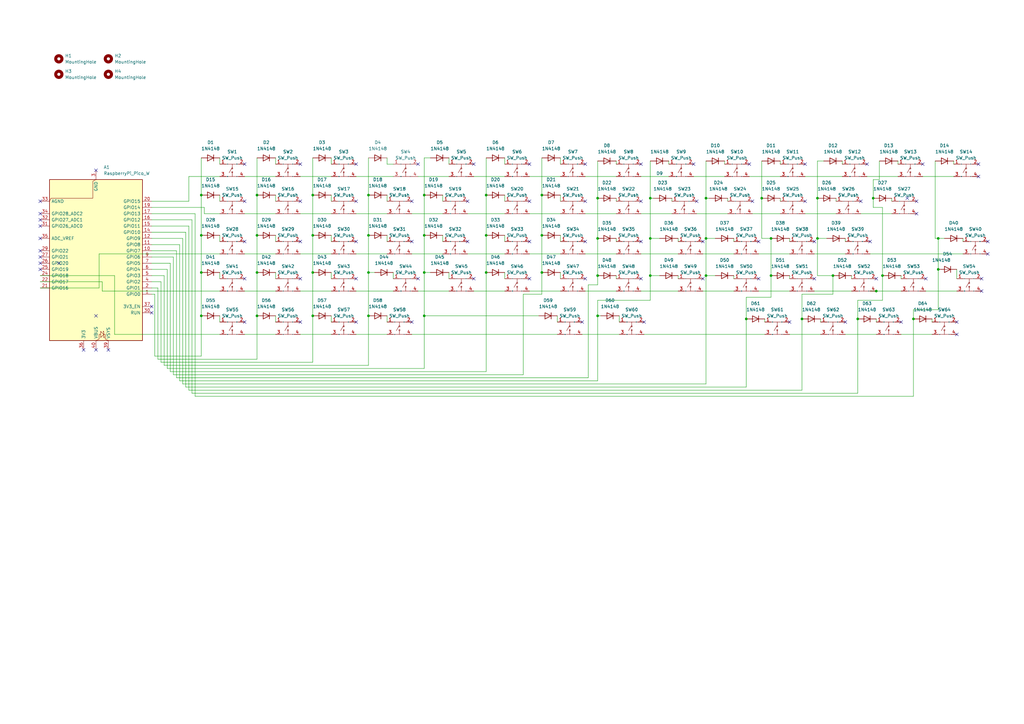
<source format=kicad_sch>
(kicad_sch (version 20250114) (generator "eeschema") (generator_version "9.0")
  (paper "A3")
  (title_block (title "Pico Portfolio Keyboard") (rev "1") (company "Mark McGookin"))
  (junction (at 222.25 80.01))
  (junction (at 199.39 96.52))
  (junction (at 335.28 81.28))
  (junction (at 245.11 81.28))
  (junction (at 173.99 80.01))
  (junction (at 266.7 97.79))
  (junction (at 82.55 129.54))
  (junction (at 151.13 129.54))
  (junction (at 151.13 80.01))
  (junction (at 222.25 96.52))
  (junction (at 105.41 111.76))
  (junction (at 361.95 113.03))
  (junction (at 289.56 81.28))
  (junction (at 173.99 129.54))
  (junction (at 306.07 130.81))
  (junction (at 151.13 111.76))
  (junction (at 384.81 97.79))
  (junction (at 105.41 96.52))
  (junction (at 128.27 129.54))
  (junction (at 374.65 130.81))
  (junction (at 173.99 111.76))
  (junction (at 173.99 96.52))
  (junction (at 128.27 96.52))
  (junction (at 328.93 130.81))
  (junction (at 384.81 110.49))
  (junction (at 266.7 113.03))
  (junction (at 128.27 111.76))
  (junction (at 245.11 97.79))
  (junction (at 359.41 119.38))
  (junction (at 199.39 80.01))
  (junction (at 341.63 113.03))
  (junction (at 82.55 111.76))
  (junction (at 266.7 81.28))
  (junction (at 316.23 97.79))
  (junction (at 289.56 113.03))
  (junction (at 245.11 129.54))
  (junction (at 151.13 96.52))
  (junction (at 105.41 80.01))
  (junction (at 351.79 130.81))
  (junction (at 316.23 113.03))
  (junction (at 358.14 81.28))
  (junction (at 222.25 111.76))
  (junction (at 199.39 111.76))
  (junction (at 82.55 80.01))
  (junction (at 289.56 97.79))
  (junction (at 128.27 80.01))
  (junction (at 105.41 129.54))
  (junction (at 335.28 97.79))
  (junction (at 312.42 81.28))
  (junction (at 82.55 96.52))
  (junction (at 245.11 113.03))
  (no_connect (at 146.05 114.3))
  (no_connect (at 284.48 67.31))
  (no_connect (at 62.23 125.73))
  (no_connect (at 353.06 82.55))
  (no_connect (at 191.77 99.06))
  (no_connect (at 217.17 114.3))
  (no_connect (at 100.33 99.06))
  (no_connect (at 16.51 90.17))
  (no_connect (at 405.13 104.14))
  (no_connect (at 308.61 82.55))
  (no_connect (at 402.59 114.3))
  (no_connect (at 355.6 67.31))
  (no_connect (at 100.33 67.31))
  (no_connect (at 392.43 137.16))
  (no_connect (at 123.19 99.06))
  (no_connect (at 240.03 99.06))
  (no_connect (at 356.87 99.06))
  (no_connect (at 285.75 82.55))
  (no_connect (at 16.51 97.79))
  (no_connect (at 330.2 82.55))
  (no_connect (at 375.92 82.55))
  (no_connect (at 288.29 99.06))
  (no_connect (at 401.32 67.31))
  (no_connect (at 359.41 114.3))
  (no_connect (at 238.76 132.08))
  (no_connect (at 123.19 82.55))
  (no_connect (at 288.29 114.3))
  (no_connect (at 16.51 107.95))
  (no_connect (at 168.91 99.06))
  (no_connect (at 307.34 67.31))
  (no_connect (at 240.03 114.3))
  (no_connect (at 16.51 110.49))
  (no_connect (at 378.46 67.31))
  (no_connect (at 334.01 114.3))
  (no_connect (at 39.37 143.51))
  (no_connect (at 330.2 67.31))
  (no_connect (at 217.17 82.55))
  (no_connect (at 146.05 99.06))
  (no_connect (at 171.45 114.3))
  (no_connect (at 264.16 132.08))
  (no_connect (at 16.51 82.55))
  (no_connect (at 168.91 132.08))
  (no_connect (at 369.57 132.08))
  (no_connect (at 401.32 72.39))
  (no_connect (at 123.19 114.3))
  (no_connect (at 100.33 132.08))
  (no_connect (at 262.89 67.31))
  (no_connect (at 311.15 99.06))
  (no_connect (at 16.51 105.41))
  (no_connect (at 123.19 132.08))
  (no_connect (at 323.85 132.08))
  (no_connect (at 194.31 114.3))
  (no_connect (at 240.03 67.31))
  (no_connect (at 16.51 92.71))
  (no_connect (at 379.73 114.3))
  (no_connect (at 311.15 114.3))
  (no_connect (at 39.37 69.85))
  (no_connect (at 262.89 82.55))
  (no_connect (at 402.59 119.38))
  (no_connect (at 375.92 87.63))
  (no_connect (at 217.17 67.31))
  (no_connect (at 262.89 114.3))
  (no_connect (at 100.33 82.55))
  (no_connect (at 100.33 114.3))
  (no_connect (at 392.43 132.08))
  (no_connect (at 146.05 67.31))
  (no_connect (at 262.89 99.06))
  (no_connect (at 334.01 99.06))
  (no_connect (at 191.77 82.55))
  (no_connect (at 194.31 67.31))
  (no_connect (at 62.23 128.27))
  (no_connect (at 217.17 99.06))
  (no_connect (at 39.37 129.54))
  (no_connect (at 44.45 143.51))
  (no_connect (at 34.29 143.51))
  (no_connect (at 16.51 102.87))
  (no_connect (at 16.51 87.63))
  (no_connect (at 146.05 132.08))
  (no_connect (at 171.45 67.31))
  (no_connect (at 346.71 132.08))
  (no_connect (at 240.03 82.55))
  (no_connect (at 146.05 82.55))
  (no_connect (at 123.19 67.31))
  (no_connect (at 372.11 81.28))
  (no_connect (at 168.91 82.55))
  (no_connect (at 405.13 99.06))
  (no_connect (at 24.13 107.95))
  (wire (pts (xy 266.7 66.04) (xy 266.7 81.28)))
  (wire (pts (xy 100.33 72.39) (xy 113.03 72.39)))
  (wire (pts (xy 266.7 81.28) (xy 267.97 81.28)))
  (wire (pts (xy 173.99 129.54) (xy 173.99 151.13)))
  (wire (pts (xy 181.61 80.01) (xy 181.61 82.55)))
  (wire (pts (xy 308.61 87.63) (xy 320.04 87.63)))
  (wire (pts (xy 62.23 100.33) (xy 73.66 100.33)))
  (wire (pts (xy 300.99 97.79) (xy 300.99 99.06)))
  (wire (pts (xy 284.48 72.39) (xy 297.18 72.39)))
  (wire (pts (xy 245.11 156.21) (xy 245.11 129.54)))
  (wire (pts (xy 113.03 64.77) (xy 113.03 67.31)))
  (wire (pts (xy 361.95 113.03) (xy 361.95 85.09)))
  (wire (pts (xy 83.82 85.09) (xy 83.82 87.63)))
  (wire (pts (xy 238.76 137.16) (xy 254 137.16)))
  (wire (pts (xy 135.89 64.77) (xy 135.89 67.31)))
  (wire (pts (xy 278.13 97.79) (xy 278.13 99.06)))
  (wire (pts (xy 16.51 113.03) (xy 46.99 113.03)))
  (wire (pts (xy 342.9 81.28) (xy 342.9 82.55)))
  (wire (pts (xy 41.91 119.38) (xy 90.17 119.38)))
  (wire (pts (xy 158.75 67.31) (xy 161.29 67.31)))
  (wire (pts (xy 184.15 111.76) (xy 184.15 114.3)))
  (wire (pts (xy 62.23 90.17) (xy 78.74 90.17)))
  (wire (pts (xy 361.95 123.19) (xy 361.95 113.03)))
  (wire (pts (xy 335.28 66.04) (xy 337.82 66.04)))
  (wire (pts (xy 68.58 151.13) (xy 173.99 151.13)))
  (wire (pts (xy 328.93 130.81) (xy 328.93 120.65)))
  (wire (pts (xy 168.91 137.16) (xy 228.6 137.16)))
  (wire (pts (xy 123.19 137.16) (xy 135.89 137.16)))
  (wire (pts (xy 199.39 152.4) (xy 199.39 111.76)))
  (wire (pts (xy 90.17 96.52) (xy 90.17 99.06)))
  (wire (pts (xy 252.73 97.79) (xy 252.73 99.06)))
  (wire (pts (xy 16.51 118.11) (xy 40.64 118.11)))
  (wire (pts (xy 351.79 161.29) (xy 351.79 130.81)))
  (wire (pts (xy 240.03 72.39) (xy 252.73 72.39)))
  (wire (pts (xy 335.28 113.03) (xy 341.63 113.03)))
  (wire (pts (xy 228.6 129.54) (xy 228.6 132.08)))
  (wire (pts (xy 158.75 96.52) (xy 158.75 99.06)))
  (wire (pts (xy 351.79 123.19) (xy 361.95 123.19)))
  (wire (pts (xy 194.31 72.39) (xy 207.01 72.39)))
  (wire (pts (xy 266.7 97.79) (xy 270.51 97.79)))
  (wire (pts (xy 62.23 115.57) (xy 66.04 115.57)))
  (wire (pts (xy 173.99 111.76) (xy 173.99 129.54)))
  (wire (pts (xy 245.11 97.79) (xy 245.11 113.03)))
  (wire (pts (xy 135.89 129.54) (xy 135.89 132.08)))
  (wire (pts (xy 77.47 92.71) (xy 77.47 160.02)))
  (wire (pts (xy 378.46 72.39) (xy 391.16 72.39)))
  (wire (pts (xy 359.41 119.38) (xy 369.57 119.38)))
  (wire (pts (xy 312.42 97.79) (xy 316.23 97.79)))
  (wire (pts (xy 275.59 81.28) (xy 275.59 82.55)))
  (wire (pts (xy 252.73 113.03) (xy 252.73 114.3)))
  (wire (pts (xy 214.63 153.67) (xy 214.63 120.65)))
  (wire (pts (xy 346.71 97.79) (xy 346.71 99.06)))
  (wire (pts (xy 72.39 154.94) (xy 241.3 154.94)))
  (wire (pts (xy 82.55 80.01) (xy 82.55 96.52)))
  (wire (pts (xy 146.05 119.38) (xy 161.29 119.38)))
  (wire (pts (xy 40.64 104.14) (xy 90.17 104.14)))
  (wire (pts (xy 62.23 110.49) (xy 68.58 110.49)))
  (wire (pts (xy 241.3 154.94) (xy 241.3 116.84)))
  (wire (pts (xy 383.54 66.04) (xy 383.54 97.79)))
  (wire (pts (xy 288.29 119.38) (xy 300.99 119.38)))
  (wire (pts (xy 356.87 104.14) (xy 394.97 104.14)))
  (wire (pts (xy 82.55 146.05) (xy 82.55 129.54)))
  (wire (pts (xy 100.33 137.16) (xy 113.03 137.16)))
  (wire (pts (xy 361.95 85.09) (xy 358.14 85.09)))
  (wire (pts (xy 289.56 81.28) (xy 290.83 81.28)))
  (wire (pts (xy 334.01 104.14) (xy 346.71 104.14)))
  (wire (pts (xy 82.55 111.76) (xy 82.55 129.54)))
  (wire (pts (xy 176.53 111.76) (xy 173.99 111.76)))
  (wire (pts (xy 73.66 100.33) (xy 73.66 156.21)))
  (wire (pts (xy 62.23 102.87) (xy 72.39 102.87)))
  (wire (pts (xy 62.23 105.41) (xy 71.12 105.41)))
  (wire (pts (xy 128.27 111.76) (xy 128.27 129.54)))
  (wire (pts (xy 306.07 130.81) (xy 306.07 158.75)))
  (wire (pts (xy 217.17 104.14) (xy 229.87 104.14)))
  (wire (pts (xy 384.81 127) (xy 374.65 127)))
  (wire (pts (xy 161.29 111.76) (xy 161.29 114.3)))
  (wire (pts (xy 346.71 137.16) (xy 359.41 137.16)))
  (wire (pts (xy 16.51 115.57) (xy 41.91 115.57)))
  (wire (pts (xy 245.11 81.28) (xy 245.11 97.79)))
  (wire (pts (xy 368.3 66.04) (xy 368.3 67.31)))
  (wire (pts (xy 66.04 115.57) (xy 66.04 148.59)))
  (wire (pts (xy 240.03 119.38) (xy 252.73 119.38)))
  (wire (pts (xy 82.55 64.77) (xy 82.55 80.01)))
  (wire (pts (xy 320.04 81.28) (xy 320.04 82.55)))
  (wire (pts (xy 349.25 113.03) (xy 349.25 114.3)))
  (wire (pts (xy 46.99 137.16) (xy 90.17 137.16)))
  (wire (pts (xy 151.13 64.77) (xy 151.13 80.01)))
  (wire (pts (xy 77.47 160.02) (xy 328.93 160.02)))
  (wire (pts (xy 323.85 137.16) (xy 336.55 137.16)))
  (wire (pts (xy 105.41 96.52) (xy 105.41 111.76)))
  (wire (pts (xy 328.93 120.65) (xy 341.63 120.65)))
  (wire (pts (xy 72.39 102.87) (xy 72.39 154.94)))
  (wire (pts (xy 90.17 80.01) (xy 90.17 82.55)))
  (wire (pts (xy 207.01 96.52) (xy 207.01 99.06)))
  (wire (pts (xy 100.33 119.38) (xy 113.03 119.38)))
  (wire (pts (xy 356.87 119.38) (xy 359.41 119.38)))
  (wire (pts (xy 69.85 107.95) (xy 69.85 152.4)))
  (wire (pts (xy 146.05 104.14) (xy 158.75 104.14)))
  (wire (pts (xy 217.17 72.39) (xy 229.87 72.39)))
  (wire (pts (xy 78.74 161.29) (xy 351.79 161.29)))
  (wire (pts (xy 229.87 64.77) (xy 229.87 67.31)))
  (wire (pts (xy 262.89 119.38) (xy 278.13 119.38)))
  (wire (pts (xy 222.25 96.52) (xy 222.25 111.76)))
  (wire (pts (xy 62.23 85.09) (xy 83.82 85.09)))
  (wire (pts (xy 80.01 87.63) (xy 80.01 162.56)))
  (wire (pts (xy 382.27 130.81) (xy 382.27 132.08)))
  (wire (pts (xy 220.98 129.54) (xy 173.99 129.54)))
  (wire (pts (xy 374.65 127) (xy 374.65 130.81)))
  (wire (pts (xy 369.57 137.16) (xy 382.27 137.16)))
  (wire (pts (xy 313.69 130.81) (xy 313.69 132.08)))
  (wire (pts (xy 184.15 64.77) (xy 184.15 67.31)))
  (wire (pts (xy 288.29 104.14) (xy 300.99 104.14)))
  (wire (pts (xy 105.41 111.76) (xy 105.41 129.54)))
  (wire (pts (xy 217.17 87.63) (xy 229.87 87.63)))
  (wire (pts (xy 67.31 113.03) (xy 67.31 149.86)))
  (wire (pts (xy 353.06 87.63) (xy 365.76 87.63)))
  (wire (pts (xy 128.27 96.52) (xy 128.27 111.76)))
  (wire (pts (xy 123.19 119.38) (xy 135.89 119.38)))
  (wire (pts (xy 151.13 96.52) (xy 151.13 111.76)))
  (wire (pts (xy 113.03 80.01) (xy 113.03 82.55)))
  (wire (pts (xy 63.5 120.65) (xy 63.5 146.05)))
  (wire (pts (xy 360.68 66.04) (xy 360.68 73.66)))
  (wire (pts (xy 240.03 87.63) (xy 252.73 87.63)))
  (wire (pts (xy 173.99 64.77) (xy 173.99 80.01)))
  (wire (pts (xy 335.28 81.28) (xy 335.28 66.04)))
  (wire (pts (xy 62.23 82.55) (xy 77.47 82.55)))
  (wire (pts (xy 62.23 113.03) (xy 67.31 113.03)))
  (wire (pts (xy 146.05 87.63) (xy 158.75 87.63)))
  (wire (pts (xy 306.07 121.92) (xy 316.23 121.92)))
  (wire (pts (xy 66.04 148.59) (xy 128.27 148.59)))
  (wire (pts (xy 113.03 129.54) (xy 113.03 132.08)))
  (wire (pts (xy 335.28 81.28) (xy 335.28 97.79)))
  (wire (pts (xy 316.23 121.92) (xy 316.23 113.03)))
  (wire (pts (xy 105.41 64.77) (xy 105.41 80.01)))
  (wire (pts (xy 374.65 162.56) (xy 374.65 130.81)))
  (wire (pts (xy 384.81 97.79) (xy 384.81 110.49)))
  (wire (pts (xy 68.58 110.49) (xy 68.58 151.13)))
  (wire (pts (xy 369.57 113.03) (xy 369.57 114.3)))
  (wire (pts (xy 320.04 66.04) (xy 320.04 67.31)))
  (wire (pts (xy 252.73 66.04) (xy 252.73 67.31)))
  (wire (pts (xy 278.13 113.03) (xy 278.13 114.3)))
  (wire (pts (xy 199.39 64.77) (xy 199.39 80.01)))
  (wire (pts (xy 217.17 119.38) (xy 229.87 119.38)))
  (wire (pts (xy 207.01 111.76) (xy 207.01 114.3)))
  (wire (pts (xy 222.25 64.77) (xy 222.25 80.01)))
  (wire (pts (xy 90.17 129.54) (xy 90.17 132.08)))
  (wire (pts (xy 41.91 115.57) (xy 41.91 119.38)))
  (wire (pts (xy 113.03 111.76) (xy 113.03 114.3)))
  (wire (pts (xy 323.85 113.03) (xy 323.85 114.3)))
  (wire (pts (xy 351.79 130.81) (xy 351.79 123.19)))
  (wire (pts (xy 262.89 87.63) (xy 275.59 87.63)))
  (wire (pts (xy 135.89 80.01) (xy 135.89 82.55)))
  (wire (pts (xy 199.39 80.01) (xy 199.39 96.52)))
  (wire (pts (xy 135.89 111.76) (xy 135.89 114.3)))
  (wire (pts (xy 76.2 95.25) (xy 76.2 158.75)))
  (wire (pts (xy 266.7 81.28) (xy 266.7 97.79)))
  (wire (pts (xy 168.91 104.14) (xy 181.61 104.14)))
  (wire (pts (xy 297.18 66.04) (xy 297.18 67.31)))
  (wire (pts (xy 245.11 116.84) (xy 245.11 113.03)))
  (wire (pts (xy 90.17 64.77) (xy 90.17 67.31)))
  (wire (pts (xy 312.42 81.28) (xy 312.42 97.79)))
  (wire (pts (xy 62.23 97.79) (xy 74.93 97.79)))
  (wire (pts (xy 252.73 81.28) (xy 252.73 82.55)))
  (wire (pts (xy 158.75 64.77) (xy 158.75 67.31)))
  (wire (pts (xy 62.23 87.63) (xy 80.01 87.63)))
  (wire (pts (xy 392.43 110.49) (xy 392.43 114.3)))
  (wire (pts (xy 262.89 104.14) (xy 278.13 104.14)))
  (wire (pts (xy 128.27 80.01) (xy 128.27 96.52)))
  (wire (pts (xy 359.41 130.81) (xy 359.41 132.08)))
  (wire (pts (xy 341.63 120.65) (xy 341.63 113.03)))
  (wire (pts (xy 264.16 137.16) (xy 313.69 137.16)))
  (wire (pts (xy 328.93 160.02) (xy 328.93 130.81)))
  (wire (pts (xy 123.19 72.39) (xy 135.89 72.39)))
  (wire (pts (xy 83.82 87.63) (xy 90.17 87.63)))
  (wire (pts (xy 289.56 81.28) (xy 289.56 97.79)))
  (wire (pts (xy 289.56 97.79) (xy 289.56 113.03)))
  (wire (pts (xy 90.17 111.76) (xy 90.17 114.3)))
  (wire (pts (xy 298.45 81.28) (xy 298.45 82.55)))
  (wire (pts (xy 64.77 118.11) (xy 64.77 147.32)))
  (wire (pts (xy 100.33 104.14) (xy 113.03 104.14)))
  (wire (pts (xy 360.68 73.66) (xy 358.14 73.66)))
  (wire (pts (xy 46.99 113.03) (xy 46.99 137.16)))
  (wire (pts (xy 335.28 97.79) (xy 335.28 113.03)))
  (wire (pts (xy 151.13 80.01) (xy 151.13 96.52)))
  (wire (pts (xy 336.55 130.81) (xy 336.55 132.08)))
  (wire (pts (xy 240.03 104.14) (xy 252.73 104.14)))
  (wire (pts (xy 330.2 87.63) (xy 342.9 87.63)))
  (wire (pts (xy 316.23 97.79) (xy 316.23 113.03)))
  (wire (pts (xy 229.87 80.01) (xy 229.87 82.55)))
  (wire (pts (xy 151.13 149.86) (xy 151.13 129.54)))
  (wire (pts (xy 82.55 96.52) (xy 82.55 111.76)))
  (wire (pts (xy 113.03 96.52) (xy 113.03 99.06)))
  (wire (pts (xy 245.11 123.19) (xy 266.7 123.19)))
  (wire (pts (xy 270.51 113.03) (xy 266.7 113.03)))
  (wire (pts (xy 289.56 113.03) (xy 293.37 113.03)))
  (wire (pts (xy 67.31 149.86) (xy 151.13 149.86)))
  (wire (pts (xy 323.85 97.79) (xy 323.85 99.06)))
  (wire (pts (xy 285.75 87.63) (xy 298.45 87.63)))
  (wire (pts (xy 128.27 64.77) (xy 128.27 80.01)))
  (wire (pts (xy 266.7 113.03) (xy 266.7 97.79)))
  (wire (pts (xy 262.89 72.39) (xy 274.32 72.39)))
  (wire (pts (xy 199.39 96.52) (xy 199.39 111.76)))
  (wire (pts (xy 62.23 95.25) (xy 76.2 95.25)))
  (wire (pts (xy 358.14 73.66) (xy 358.14 81.28)))
  (wire (pts (xy 266.7 123.19) (xy 266.7 113.03)))
  (wire (pts (xy 307.34 72.39) (xy 320.04 72.39)))
  (wire (pts (xy 168.91 87.63) (xy 181.61 87.63)))
  (wire (pts (xy 306.07 121.92) (xy 306.07 130.81)))
  (wire (pts (xy 222.25 80.01) (xy 222.25 96.52)))
  (wire (pts (xy 229.87 111.76) (xy 229.87 114.3)))
  (wire (pts (xy 71.12 153.67) (xy 214.63 153.67)))
  (wire (pts (xy 74.93 97.79) (xy 74.93 157.48)))
  (wire (pts (xy 311.15 104.14) (xy 323.85 104.14)))
  (wire (pts (xy 158.75 80.01) (xy 158.75 82.55)))
  (wire (pts (xy 105.41 80.01) (xy 105.41 96.52)))
  (wire (pts (xy 181.61 96.52) (xy 181.61 99.06)))
  (wire (pts (xy 191.77 104.14) (xy 207.01 104.14)))
  (wire (pts (xy 146.05 137.16) (xy 158.75 137.16)))
  (wire (pts (xy 245.11 66.04) (xy 245.11 81.28)))
  (wire (pts (xy 171.45 119.38) (xy 184.15 119.38)))
  (wire (pts (xy 383.54 97.79) (xy 384.81 97.79)))
  (wire (pts (xy 289.56 157.48) (xy 289.56 113.03)))
  (wire (pts (xy 330.2 72.39) (xy 345.44 72.39)))
  (wire (pts (xy 312.42 66.04) (xy 312.42 81.28)))
  (wire (pts (xy 123.19 87.63) (xy 135.89 87.63)))
  (wire (pts (xy 64.77 147.32) (xy 105.41 147.32)))
  (wire (pts (xy 71.12 105.41) (xy 71.12 153.67)))
  (wire (pts (xy 289.56 97.79) (xy 293.37 97.79)))
  (wire (pts (xy 194.31 119.38) (xy 207.01 119.38)))
  (wire (pts (xy 158.75 129.54) (xy 158.75 132.08)))
  (wire (pts (xy 74.93 157.48) (xy 289.56 157.48)))
  (wire (pts (xy 245.11 129.54) (xy 245.11 123.19)))
  (wire (pts (xy 40.64 118.11) (xy 40.64 104.14)))
  (wire (pts (xy 191.77 87.63) (xy 207.01 87.63)))
  (wire (pts (xy 80.01 162.56) (xy 374.65 162.56)))
  (wire (pts (xy 384.81 110.49) (xy 384.81 127)))
  (wire (pts (xy 73.66 156.21) (xy 245.11 156.21)))
  (wire (pts (xy 384.81 97.79) (xy 387.35 97.79)))
  (wire (pts (xy 62.23 120.65) (xy 63.5 120.65)))
  (wire (pts (xy 379.73 119.38) (xy 392.43 119.38)))
  (wire (pts (xy 77.47 72.39) (xy 90.17 72.39)))
  (wire (pts (xy 173.99 80.01) (xy 173.99 96.52)))
  (wire (pts (xy 391.16 66.04) (xy 391.16 67.31)))
  (wire (pts (xy 77.47 82.55) (xy 77.47 72.39)))
  (wire (pts (xy 229.87 96.52) (xy 229.87 99.06)))
  (wire (pts (xy 345.44 66.04) (xy 345.44 67.31)))
  (wire (pts (xy 365.76 81.28) (xy 365.76 82.55)))
  (wire (pts (xy 274.32 66.04) (xy 274.32 67.31)))
  (wire (pts (xy 76.2 158.75) (xy 306.07 158.75)))
  (wire (pts (xy 173.99 111.76) (xy 173.99 96.52)))
  (wire (pts (xy 62.23 92.71) (xy 77.47 92.71)))
  (wire (pts (xy 241.3 116.84) (xy 245.11 116.84)))
  (wire (pts (xy 100.33 87.63) (xy 113.03 87.63)))
  (wire (pts (xy 151.13 111.76) (xy 153.67 111.76)))
  (wire (pts (xy 128.27 148.59) (xy 128.27 129.54)))
  (wire (pts (xy 176.53 64.77) (xy 173.99 64.77)))
  (wire (pts (xy 214.63 120.65) (xy 222.25 120.65)))
  (wire (pts (xy 151.13 129.54) (xy 151.13 111.76)))
  (wire (pts (xy 62.23 118.11) (xy 64.77 118.11)))
  (wire (pts (xy 123.19 104.14) (xy 135.89 104.14)))
  (wire (pts (xy 69.85 152.4) (xy 199.39 152.4)))
  (wire (pts (xy 62.23 107.95) (xy 69.85 107.95)))
  (wire (pts (xy 105.41 147.32) (xy 105.41 129.54)))
  (wire (pts (xy 311.15 119.38) (xy 323.85 119.38)))
  (wire (pts (xy 207.01 64.77) (xy 207.01 67.31)))
  (wire (pts (xy 207.01 80.01) (xy 207.01 82.55)))
  (wire (pts (xy 355.6 72.39) (xy 368.3 72.39)))
  (wire (pts (xy 335.28 97.79) (xy 339.09 97.79)))
  (wire (pts (xy 334.01 119.38) (xy 349.25 119.38)))
  (wire (pts (xy 222.25 120.65) (xy 222.25 111.76)))
  (wire (pts (xy 358.14 85.09) (xy 358.14 81.28)))
  (wire (pts (xy 246.38 129.54) (xy 245.11 129.54)))
  (wire (pts (xy 254 129.54) (xy 254 132.08)))
  (wire (pts (xy 146.05 72.39) (xy 161.29 72.39)))
  (wire (pts (xy 289.56 66.04) (xy 289.56 81.28)))
  (wire (pts (xy 63.5 146.05) (xy 82.55 146.05)))
  (wire (pts (xy 300.99 113.03) (xy 300.99 114.3)))
  (wire (pts (xy 78.74 90.17) (xy 78.74 161.29)))
  (wire (pts (xy 135.89 96.52) (xy 135.89 99.06)))
  (wire (pts (xy 394.97 97.79) (xy 394.97 99.06)))
  (wire (pts (xy 171.45 72.39) (xy 184.15 72.39)))
  (symbol (lib_id "Switch:K2-1157SP-I4SW-01") (at 212.09 116.84 0) (unit 1)
    (property "Reference" "SW46" (at 212.09 109.22 0))
    (property "Value" "SW_Push" (at 212.09 111.76 0))
    (property "Footprint" "ProLib_pcs_2025-04-24 (1):SW-SMD_4P-L6.2-W6.2-P4.50-LS8.6" (effects (hide yes)))
    (property "Datasheet" "https://atta.szlcsc.com/upload/public/pdf/source/20201126/C961749_218A2F69E555D41CA60A37E600B1C6AE.pdf" (effects (hide yes)))
    (property "Description" "Circuit:- Self Lock / No Lock:- Actuator Style:Round Button IP Rating:- Mounting Style:Brick nogging Contact Current:50mA Voltage Rating (AC):- Voltage Rating (DC):12V Insulation Resistance:- Actuator/Cap Color:Red With Lamp:不带 Pin Style:Gull Wing Operati" (effects (hide yes)))
    (property "Manufacturer Part" "K2-1157SP-I4SW-01" (effects (hide yes)))
    (property "Manufacturer" "韩国韩荣" (effects (hide yes)))
    (property "Supplier Part" "C2909692" (effects (hide yes)))
    (property "Supplier" "LCSC" (effects (hide yes)))
    (property "LCSC Part Name" "6.4x6.2x3.7红柄开关" (effects (hide yes)))
  )
  (symbol (lib_id "Mechanical:MountingHole") (at 24.13 24.13 0) (unit 1) (in_bom no)
    (property "Reference" "H1" (at 26.67 22.8599 0) (effects (justify left)))
    (property "Value" "MountingHole" (at 26.67 25.3999 0) (effects (justify left)))
    (property "Footprint" "MountingHole:MountingHole_2.7mm" (effects (hide yes)))
    (property "Description" "Mounting Hole without connection" (effects (hide yes)))
  )
  (symbol (lib_id "Diode:1N4148") (at 132.08 80.01 180) (unit 1)
    (property "Reference" "D17" (at 132.08 73.66 0))
    (property "Value" "1N4148" (at 132.08 76.2 0))
    (property "Footprint" "Diode_THT:D_DO-35_SOD27_P7.62mm_Horizontal" (effects (hide yes)))
    (property "Datasheet" "https://assets.nexperia.com/documents/data-sheet/1N4148_1N4448.pdf" (effects (hide yes)))
    (property "Description" "100V 0.15A standard switching diode, DO-35" (effects (hide yes)))
    (property "Sim.Device" "D" (effects (hide yes)))
    (property "Sim.Pins" "1=K 2=A" (effects (hide yes)))
  )
  (symbol (lib_id "Switch:K2-1157SP-I4SW-01") (at 140.97 116.84 0) (unit 1)
    (property "Reference" "SW43" (at 140.97 109.22 0))
    (property "Value" "SW_Push" (at 140.97 111.76 0))
    (property "Footprint" "ProLib_pcs_2025-04-24 (1):SW-SMD_4P-L6.2-W6.2-P4.50-LS8.6" (effects (hide yes)))
    (property "Datasheet" "https://atta.szlcsc.com/upload/public/pdf/source/20201126/C961749_218A2F69E555D41CA60A37E600B1C6AE.pdf" (effects (hide yes)))
    (property "Description" "Circuit:- Self Lock / No Lock:- Actuator Style:Round Button IP Rating:- Mounting Style:Brick nogging Contact Current:50mA Voltage Rating (AC):- Voltage Rating (DC):12V Insulation Resistance:- Actuator/Cap Color:Red With Lamp:不带 Pin Style:Gull Wing Operati" (effects (hide yes)))
    (property "Manufacturer Part" "K2-1157SP-I4SW-01" (effects (hide yes)))
    (property "Manufacturer" "韩国韩荣" (effects (hide yes)))
    (property "Supplier Part" "C2909692" (effects (hide yes)))
    (property "Supplier" "LCSC" (effects (hide yes)))
    (property "LCSC Part Name" "6.4x6.2x3.7红柄开关" (effects (hide yes)))
  )
  (symbol (lib_id "Switch:K2-1157SP-I4SW-01") (at 95.25 69.85 0) (unit 1)
    (property "Reference" "SW1" (at 95.25 62.23 0))
    (property "Value" "SW_Push" (at 95.25 64.77 0))
    (property "Footprint" "ProLib_pcs_2025-04-24 (1):SW-SMD_4P-L6.2-W6.2-P4.50-LS8.6" (effects (hide yes)))
    (property "Datasheet" "https://atta.szlcsc.com/upload/public/pdf/source/20201126/C961749_218A2F69E555D41CA60A37E600B1C6AE.pdf" (effects (hide yes)))
    (property "Description" "Circuit:- Self Lock / No Lock:- Actuator Style:Round Button IP Rating:- Mounting Style:Brick nogging Contact Current:50mA Voltage Rating (AC):- Voltage Rating (DC):12V Insulation Resistance:- Actuator/Cap Color:Red With Lamp:不带 Pin Style:Gull Wing Operati" (effects (hide yes)))
    (property "Manufacturer Part" "K2-1157SP-I4SW-01" (effects (hide yes)))
    (property "Manufacturer" "韩国韩荣" (effects (hide yes)))
    (property "Supplier Part" "C2909692" (effects (hide yes)))
    (property "Supplier" "LCSC" (effects (hide yes)))
    (property "LCSC Part Name" "6.4x6.2x3.7红柄开关" (effects (hide yes)))
  )
  (symbol (lib_id "Diode:1N4148") (at 316.23 81.28 180) (unit 1)
    (property "Reference" "D25" (at 316.23 74.93 0))
    (property "Value" "1N4148" (at 316.23 77.47 0))
    (property "Footprint" "Diode_THT:D_DO-35_SOD27_P7.62mm_Horizontal" (effects (hide yes)))
    (property "Datasheet" "https://assets.nexperia.com/documents/data-sheet/1N4148_1N4448.pdf" (effects (hide yes)))
    (property "Description" "100V 0.15A standard switching diode, DO-35" (effects (hide yes)))
    (property "Sim.Device" "D" (effects (hide yes)))
    (property "Sim.Pins" "1=K 2=A" (effects (hide yes)))
  )
  (symbol (lib_id "Diode:1N4148") (at 226.06 96.52 180) (unit 1)
    (property "Reference" "D34" (at 226.06 90.17 0))
    (property "Value" "1N4148" (at 226.06 92.71 0))
    (property "Footprint" "Diode_THT:D_DO-35_SOD27_P7.62mm_Horizontal" (effects (hide yes)))
    (property "Datasheet" "https://assets.nexperia.com/documents/data-sheet/1N4148_1N4448.pdf" (effects (hide yes)))
    (property "Description" "100V 0.15A standard switching diode, DO-35" (effects (hide yes)))
    (property "Sim.Device" "D" (effects (hide yes)))
    (property "Sim.Pins" "1=K 2=A" (effects (hide yes)))
  )
  (symbol (lib_id "Diode:1N4148") (at 391.16 97.79 180) (unit 1)
    (property "Reference" "D40" (at 391.16 91.44 0))
    (property "Value" "1N4148" (at 391.16 93.98 0))
    (property "Footprint" "Diode_THT:D_DO-35_SOD27_P7.62mm_Horizontal" (effects (hide yes)))
    (property "Datasheet" "https://assets.nexperia.com/documents/data-sheet/1N4148_1N4448.pdf" (effects (hide yes)))
    (property "Description" "100V 0.15A standard switching diode, DO-35" (effects (hide yes)))
    (property "Sim.Device" "D" (effects (hide yes)))
    (property "Sim.Pins" "1=K 2=A" (effects (hide yes)))
  )
  (symbol (lib_id "Diode:1N4148") (at 226.06 80.01 180) (unit 1)
    (property "Reference" "D21" (at 226.06 73.66 0))
    (property "Value" "1N4148" (at 226.06 76.2 0))
    (property "Footprint" "Diode_THT:D_DO-35_SOD27_P7.62mm_Horizontal" (effects (hide yes)))
    (property "Datasheet" "https://assets.nexperia.com/documents/data-sheet/1N4148_1N4448.pdf" (effects (hide yes)))
    (property "Description" "100V 0.15A standard switching diode, DO-35" (effects (hide yes)))
    (property "Sim.Device" "D" (effects (hide yes)))
    (property "Sim.Pins" "1=K 2=A" (effects (hide yes)))
  )
  (symbol (lib_id "Switch:K2-1157SP-I4SW-01") (at 347.98 85.09 0) (unit 1)
    (property "Reference" "SW26" (at 347.98 77.47 0))
    (property "Value" "SW_Push" (at 347.98 80.01 0))
    (property "Footprint" "ProLib_pcs_2025-04-24 (1):SW-SMD_4P-L6.2-W6.2-P4.50-LS8.6" (effects (hide yes)))
    (property "Datasheet" "https://atta.szlcsc.com/upload/public/pdf/source/20201126/C961749_218A2F69E555D41CA60A37E600B1C6AE.pdf" (effects (hide yes)))
    (property "Description" "Circuit:- Self Lock / No Lock:- Actuator Style:Round Button IP Rating:- Mounting Style:Brick nogging Contact Current:50mA Voltage Rating (AC):- Voltage Rating (DC):12V Insulation Resistance:- Actuator/Cap Color:Red With Lamp:不带 Pin Style:Gull Wing Operati" (effects (hide yes)))
    (property "Manufacturer Part" "K2-1157SP-I4SW-01" (effects (hide yes)))
    (property "Manufacturer" "韩国韩荣" (effects (hide yes)))
    (property "Supplier Part" "C2909692" (effects (hide yes)))
    (property "Supplier" "LCSC" (effects (hide yes)))
    (property "LCSC Part Name" "6.4x6.2x3.7红柄开关" (effects (hide yes)))
  )
  (symbol (lib_id "Diode:1N4148") (at 203.2 111.76 180) (unit 1)
    (property "Reference" "D46" (at 203.2 105.41 0))
    (property "Value" "1N4148" (at 203.2 107.95 0))
    (property "Footprint" "Diode_THT:D_DO-35_SOD27_P7.62mm_Horizontal" (effects (hide yes)))
    (property "Datasheet" "https://assets.nexperia.com/documents/data-sheet/1N4148_1N4448.pdf" (effects (hide yes)))
    (property "Description" "100V 0.15A standard switching diode, DO-35" (effects (hide yes)))
    (property "Sim.Device" "D" (effects (hide yes)))
    (property "Sim.Pins" "1=K 2=A" (effects (hide yes)))
  )
  (symbol (lib_id "Diode:1N4148") (at 271.78 81.28 180) (unit 1)
    (property "Reference" "D23" (at 271.78 74.93 0))
    (property "Value" "1N4148" (at 271.78 77.47 0))
    (property "Footprint" "Diode_THT:D_DO-35_SOD27_P7.62mm_Horizontal" (effects (hide yes)))
    (property "Datasheet" "https://assets.nexperia.com/documents/data-sheet/1N4148_1N4448.pdf" (effects (hide yes)))
    (property "Description" "100V 0.15A standard switching diode, DO-35" (effects (hide yes)))
    (property "Sim.Device" "D" (effects (hide yes)))
    (property "Sim.Pins" "1=K 2=A" (effects (hide yes)))
  )
  (symbol (lib_id "Switch:K2-1157SP-I4SW-01") (at 303.53 85.09 0) (unit 1)
    (property "Reference" "SW24" (at 303.53 77.47 0))
    (property "Value" "SW_Push" (at 303.53 80.01 0))
    (property "Footprint" "ProLib_pcs_2025-04-24 (1):SW-SMD_4P-L6.2-W6.2-P4.50-LS8.6" (effects (hide yes)))
    (property "Datasheet" "https://atta.szlcsc.com/upload/public/pdf/source/20201126/C961749_218A2F69E555D41CA60A37E600B1C6AE.pdf" (effects (hide yes)))
    (property "Description" "Circuit:- Self Lock / No Lock:- Actuator Style:Round Button IP Rating:- Mounting Style:Brick nogging Contact Current:50mA Voltage Rating (AC):- Voltage Rating (DC):12V Insulation Resistance:- Actuator/Cap Color:Red With Lamp:不带 Pin Style:Gull Wing Operati" (effects (hide yes)))
    (property "Manufacturer Part" "K2-1157SP-I4SW-01" (effects (hide yes)))
    (property "Manufacturer" "韩国韩荣" (effects (hide yes)))
    (property "Supplier Part" "C2909692" (effects (hide yes)))
    (property "Supplier" "LCSC" (effects (hide yes)))
    (property "LCSC Part Name" "6.4x6.2x3.7红柄开关" (effects (hide yes)))
  )
  (symbol (lib_id "Switch:K2-1157SP-I4SW-01") (at 257.81 101.6 0) (unit 1)
    (property "Reference" "SW35" (at 257.81 93.98 0))
    (property "Value" "SW_Push" (at 257.81 96.52 0))
    (property "Footprint" "ProLib_pcs_2025-04-24 (1):SW-SMD_4P-L6.2-W6.2-P4.50-LS8.6" (effects (hide yes)))
    (property "Datasheet" "https://atta.szlcsc.com/upload/public/pdf/source/20201126/C961749_218A2F69E555D41CA60A37E600B1C6AE.pdf" (effects (hide yes)))
    (property "Description" "Circuit:- Self Lock / No Lock:- Actuator Style:Round Button IP Rating:- Mounting Style:Brick nogging Contact Current:50mA Voltage Rating (AC):- Voltage Rating (DC):12V Insulation Resistance:- Actuator/Cap Color:Red With Lamp:不带 Pin Style:Gull Wing Operati" (effects (hide yes)))
    (property "Manufacturer Part" "K2-1157SP-I4SW-01" (effects (hide yes)))
    (property "Manufacturer" "韩国韩荣" (effects (hide yes)))
    (property "Supplier Part" "C2909692" (effects (hide yes)))
    (property "Supplier" "LCSC" (effects (hide yes)))
    (property "LCSC Part Name" "6.4x6.2x3.7红柄开关" (effects (hide yes)))
  )
  (symbol (lib_id "Diode:1N4148") (at 226.06 64.77 180) (unit 1)
    (property "Reference" "D7" (at 226.06 58.42 0))
    (property "Value" "1N4148" (at 226.06 60.96 0))
    (property "Footprint" "Diode_THT:D_DO-35_SOD27_P7.62mm_Horizontal" (effects (hide yes)))
    (property "Datasheet" "https://assets.nexperia.com/documents/data-sheet/1N4148_1N4448.pdf" (effects (hide yes)))
    (property "Description" "100V 0.15A standard switching diode, DO-35" (effects (hide yes)))
    (property "Sim.Device" "D" (effects (hide yes)))
    (property "Sim.Pins" "1=K 2=A" (effects (hide yes)))
  )
  (symbol (lib_id "Switch:K2-1157SP-I4SW-01") (at 234.95 69.85 0) (unit 1)
    (property "Reference" "SW7" (at 234.95 62.23 0))
    (property "Value" "SW_Push" (at 234.95 64.77 0))
    (property "Footprint" "ProLib_pcs_2025-04-24 (1):SW-SMD_4P-L6.2-W6.2-P4.50-LS8.6" (effects (hide yes)))
    (property "Datasheet" "https://atta.szlcsc.com/upload/public/pdf/source/20201126/C961749_218A2F69E555D41CA60A37E600B1C6AE.pdf" (effects (hide yes)))
    (property "Description" "Circuit:- Self Lock / No Lock:- Actuator Style:Round Button IP Rating:- Mounting Style:Brick nogging Contact Current:50mA Voltage Rating (AC):- Voltage Rating (DC):12V Insulation Resistance:- Actuator/Cap Color:Red With Lamp:不带 Pin Style:Gull Wing Operati" (effects (hide yes)))
    (property "Manufacturer Part" "K2-1157SP-I4SW-01" (effects (hide yes)))
    (property "Manufacturer" "韩国韩荣" (effects (hide yes)))
    (property "Supplier Part" "C2909692" (effects (hide yes)))
    (property "Supplier" "LCSC" (effects (hide yes)))
    (property "LCSC Part Name" "6.4x6.2x3.7红柄开关" (effects (hide yes)))
  )
  (symbol (lib_id "Switch:K2-1157SP-I4SW-01") (at 373.38 69.85 0) (unit 1)
    (property "Reference" "SW13" (at 373.38 62.23 0))
    (property "Value" "SW_Push" (at 373.38 64.77 0))
    (property "Footprint" "ProLib_pcs_2025-04-24 (1):SW-SMD_4P-L6.2-W6.2-P4.50-LS8.6" (effects (hide yes)))
    (property "Datasheet" "https://atta.szlcsc.com/upload/public/pdf/source/20201126/C961749_218A2F69E555D41CA60A37E600B1C6AE.pdf" (effects (hide yes)))
    (property "Description" "Circuit:- Self Lock / No Lock:- Actuator Style:Round Button IP Rating:- Mounting Style:Brick nogging Contact Current:50mA Voltage Rating (AC):- Voltage Rating (DC):12V Insulation Resistance:- Actuator/Cap Color:Red With Lamp:不带 Pin Style:Gull Wing Operati" (effects (hide yes)))
    (property "Manufacturer Part" "K2-1157SP-I4SW-01" (effects (hide yes)))
    (property "Manufacturer" "韩国韩荣" (effects (hide yes)))
    (property "Supplier Part" "C2909692" (effects (hide yes)))
    (property "Supplier" "LCSC" (effects (hide yes)))
    (property "LCSC Part Name" "6.4x6.2x3.7红柄开关" (effects (hide yes)))
  )
  (symbol (lib_id "Diode:1N4148") (at 274.32 97.79 180) (unit 1)
    (property "Reference" "D36" (at 274.32 91.44 0))
    (property "Value" "1N4148" (at 274.32 93.98 0))
    (property "Footprint" "Diode_THT:D_DO-35_SOD27_P7.62mm_Horizontal" (effects (hide yes)))
    (property "Datasheet" "https://assets.nexperia.com/documents/data-sheet/1N4148_1N4448.pdf" (effects (hide yes)))
    (property "Description" "100V 0.15A standard switching diode, DO-35" (effects (hide yes)))
    (property "Sim.Device" "D" (effects (hide yes)))
    (property "Sim.Pins" "1=K 2=A" (effects (hide yes)))
  )
  (symbol (lib_id "Diode:1N4148") (at 86.36 96.52 180) (unit 1)
    (property "Reference" "D28" (at 86.36 90.17 0))
    (property "Value" "1N4148" (at 86.36 92.71 0))
    (property "Footprint" "Diode_THT:D_DO-35_SOD27_P7.62mm_Horizontal" (effects (hide yes)))
    (property "Datasheet" "https://assets.nexperia.com/documents/data-sheet/1N4148_1N4448.pdf" (effects (hide yes)))
    (property "Description" "100V 0.15A standard switching diode, DO-35" (effects (hide yes)))
    (property "Sim.Device" "D" (effects (hide yes)))
    (property "Sim.Pins" "1=K 2=A" (effects (hide yes)))
  )
  (symbol (lib_id "Diode:1N4148") (at 154.94 64.77 180) (unit 1)
    (property "Reference" "D4" (at 154.94 58.42 0))
    (property "Value" "1N4148" (at 154.94 60.96 0))
    (property "Footprint" "Diode_THT:D_DO-35_SOD27_P7.62mm_Horizontal" (effects (hide yes)))
    (property "Datasheet" "https://assets.nexperia.com/documents/data-sheet/1N4148_1N4448.pdf" (effects (hide yes)))
    (property "Description" "100V 0.15A standard switching diode, DO-35" (effects (hide yes)))
    (property "Sim.Device" "D" (effects (hide yes)))
    (property "Sim.Pins" "1=K 2=A" (effects (hide yes)))
  )
  (symbol (lib_id "Switch:K2-1157SP-I4SW-01") (at 140.97 134.62 0) (unit 1)
    (property "Reference" "SW57" (at 140.97 127 0))
    (property "Value" "SW_Push" (at 140.97 129.54 0))
    (property "Footprint" "ProLib_pcs_2025-04-24 (1):SW-SMD_4P-L6.2-W6.2-P4.50-LS8.6" (effects (hide yes)))
    (property "Datasheet" "https://atta.szlcsc.com/upload/public/pdf/source/20201126/C961749_218A2F69E555D41CA60A37E600B1C6AE.pdf" (effects (hide yes)))
    (property "Description" "Circuit:- Self Lock / No Lock:- Actuator Style:Round Button IP Rating:- Mounting Style:Brick nogging Contact Current:50mA Voltage Rating (AC):- Voltage Rating (DC):12V Insulation Resistance:- Actuator/Cap Color:Red With Lamp:不带 Pin Style:Gull Wing Operati" (effects (hide yes)))
    (property "Manufacturer Part" "K2-1157SP-I4SW-01" (effects (hide yes)))
    (property "Manufacturer" "韩国韩荣" (effects (hide yes)))
    (property "Supplier Part" "C2909692" (effects (hide yes)))
    (property "Supplier" "LCSC" (effects (hide yes)))
    (property "LCSC Part Name" "6.4x6.2x3.7红柄开关" (effects (hide yes)))
  )
  (symbol (lib_id "Diode:1N4148") (at 157.48 111.76 180) (unit 1)
    (property "Reference" "D44" (at 157.48 105.41 0))
    (property "Value" "1N4148" (at 157.48 107.95 0))
    (property "Footprint" "Diode_THT:D_DO-35_SOD27_P7.62mm_Horizontal" (effects (hide yes)))
    (property "Datasheet" "https://assets.nexperia.com/documents/data-sheet/1N4148_1N4448.pdf" (effects (hide yes)))
    (property "Description" "100V 0.15A standard switching diode, DO-35" (effects (hide yes)))
    (property "Sim.Device" "D" (effects (hide yes)))
    (property "Sim.Pins" "1=K 2=A" (effects (hide yes)))
  )
  (symbol (lib_id "Switch:K2-1157SP-I4SW-01") (at 140.97 85.09 0) (unit 1)
    (property "Reference" "SW17" (at 140.97 77.47 0))
    (property "Value" "SW_Push" (at 140.97 80.01 0))
    (property "Footprint" "ProLib_pcs_2025-04-24 (1):SW-SMD_4P-L6.2-W6.2-P4.50-LS8.6" (effects (hide yes)))
    (property "Datasheet" "https://atta.szlcsc.com/upload/public/pdf/source/20201126/C961749_218A2F69E555D41CA60A37E600B1C6AE.pdf" (effects (hide yes)))
    (property "Description" "Circuit:- Self Lock / No Lock:- Actuator Style:Round Button IP Rating:- Mounting Style:Brick nogging Contact Current:50mA Voltage Rating (AC):- Voltage Rating (DC):12V Insulation Resistance:- Actuator/Cap Color:Red With Lamp:不带 Pin Style:Gull Wing Operati" (effects (hide yes)))
    (property "Manufacturer Part" "K2-1157SP-I4SW-01" (effects (hide yes)))
    (property "Manufacturer" "韩国韩荣" (effects (hide yes)))
    (property "Supplier Part" "C2909692" (effects (hide yes)))
    (property "Supplier" "LCSC" (effects (hide yes)))
    (property "LCSC Part Name" "6.4x6.2x3.7红柄开关" (effects (hide yes)))
  )
  (symbol (lib_id "Diode:1N4148") (at 180.34 111.76 180) (unit 1)
    (property "Reference" "D45" (at 180.34 105.41 0))
    (property "Value" "1N4148" (at 180.34 107.95 0))
    (property "Footprint" "Diode_THT:D_DO-35_SOD27_P7.62mm_Horizontal" (effects (hide yes)))
    (property "Datasheet" "https://assets.nexperia.com/documents/data-sheet/1N4148_1N4448.pdf" (effects (hide yes)))
    (property "Description" "100V 0.15A standard switching diode, DO-35" (effects (hide yes)))
    (property "Sim.Device" "D" (effects (hide yes)))
    (property "Sim.Pins" "1=K 2=A" (effects (hide yes)))
  )
  (symbol (lib_id "Switch:K2-1157SP-I4SW-01") (at 163.83 101.6 0) (unit 1)
    (property "Reference" "SW31" (at 163.83 93.98 0))
    (property "Value" "SW_Push" (at 163.83 96.52 0))
    (property "Footprint" "ProLib_pcs_2025-04-24 (1):SW-SMD_4P-L6.2-W6.2-P4.50-LS8.6" (effects (hide yes)))
    (property "Datasheet" "https://atta.szlcsc.com/upload/public/pdf/source/20201126/C961749_218A2F69E555D41CA60A37E600B1C6AE.pdf" (effects (hide yes)))
    (property "Description" "Circuit:- Self Lock / No Lock:- Actuator Style:Round Button IP Rating:- Mounting Style:Brick nogging Contact Current:50mA Voltage Rating (AC):- Voltage Rating (DC):12V Insulation Resistance:- Actuator/Cap Color:Red With Lamp:不带 Pin Style:Gull Wing Operati" (effects (hide yes)))
    (property "Manufacturer Part" "K2-1157SP-I4SW-01" (effects (hide yes)))
    (property "Manufacturer" "韩国韩荣" (effects (hide yes)))
    (property "Supplier Part" "C2909692" (effects (hide yes)))
    (property "Supplier" "LCSC" (effects (hide yes)))
    (property "LCSC Part Name" "6.4x6.2x3.7红柄开关" (effects (hide yes)))
  )
  (symbol (lib_id "Switch:K2-1157SP-I4SW-01") (at 189.23 69.85 0) (unit 1)
    (property "Reference" "SW5" (at 189.23 62.23 0))
    (property "Value" "SW_Push" (at 189.23 64.77 0))
    (property "Footprint" "ProLib_pcs_2025-04-24 (1):SW-SMD_4P-L6.2-W6.2-P4.50-LS8.6" (effects (hide yes)))
    (property "Datasheet" "https://atta.szlcsc.com/upload/public/pdf/source/20201126/C961749_218A2F69E555D41CA60A37E600B1C6AE.pdf" (effects (hide yes)))
    (property "Description" "Circuit:- Self Lock / No Lock:- Actuator Style:Round Button IP Rating:- Mounting Style:Brick nogging Contact Current:50mA Voltage Rating (AC):- Voltage Rating (DC):12V Insulation Resistance:- Actuator/Cap Color:Red With Lamp:不带 Pin Style:Gull Wing Operati" (effects (hide yes)))
    (property "Manufacturer Part" "K2-1157SP-I4SW-01" (effects (hide yes)))
    (property "Manufacturer" "韩国韩荣" (effects (hide yes)))
    (property "Supplier Part" "C2909692" (effects (hide yes)))
    (property "Supplier" "LCSC" (effects (hide yes)))
    (property "LCSC Part Name" "6.4x6.2x3.7红柄开关" (effects (hide yes)))
  )
  (symbol (lib_id "Switch:K2-1157SP-I4SW-01") (at 397.51 116.84 0) (unit 1)
    (property "Reference" "SW54" (at 397.51 109.22 0))
    (property "Value" "SW_Push" (at 397.51 111.76 0))
    (property "Footprint" "ProLib_pcs_2025-04-24 (1):SW-SMD_4P-L6.2-W6.2-P4.50-LS8.6" (effects (hide yes)))
    (property "Datasheet" "https://atta.szlcsc.com/upload/public/pdf/source/20201126/C961749_218A2F69E555D41CA60A37E600B1C6AE.pdf" (effects (hide yes)))
    (property "Description" "Circuit:- Self Lock / No Lock:- Actuator Style:Round Button IP Rating:- Mounting Style:Brick nogging Contact Current:50mA Voltage Rating (AC):- Voltage Rating (DC):12V Insulation Resistance:- Actuator/Cap Color:Red With Lamp:不带 Pin Style:Gull Wing Operati" (effects (hide yes)))
    (property "Manufacturer Part" "K2-1157SP-I4SW-01" (effects (hide yes)))
    (property "Manufacturer" "韩国韩荣" (effects (hide yes)))
    (property "Supplier Part" "C2909692" (effects (hide yes)))
    (property "Supplier" "LCSC" (effects (hide yes)))
    (property "LCSC Part Name" "6.4x6.2x3.7红柄开关" (effects (hide yes)))
  )
  (symbol (lib_id "Diode:1N4148") (at 364.49 66.04 180) (unit 1)
    (property "Reference" "D13" (at 364.49 59.69 0))
    (property "Value" "1N4148" (at 364.49 62.23 0))
    (property "Footprint" "Diode_THT:D_DO-35_SOD27_P7.62mm_Horizontal" (effects (hide yes)))
    (property "Datasheet" "https://assets.nexperia.com/documents/data-sheet/1N4148_1N4448.pdf" (effects (hide yes)))
    (property "Description" "100V 0.15A standard switching diode, DO-35" (effects (hide yes)))
    (property "Sim.Device" "D" (effects (hide yes)))
    (property "Sim.Pins" "1=K 2=A" (effects (hide yes)))
  )
  (symbol (lib_id "Diode:1N4148") (at 316.23 66.04 180) (unit 1)
    (property "Reference" "D11" (at 316.23 59.69 0))
    (property "Value" "1N4148" (at 316.23 62.23 0))
    (property "Footprint" "Diode_THT:D_DO-35_SOD27_P7.62mm_Horizontal" (effects (hide yes)))
    (property "Datasheet" "https://assets.nexperia.com/documents/data-sheet/1N4148_1N4448.pdf" (effects (hide yes)))
    (property "Description" "100V 0.15A standard switching diode, DO-35" (effects (hide yes)))
    (property "Sim.Device" "D" (effects (hide yes)))
    (property "Sim.Pins" "1=K 2=A" (effects (hide yes)))
  )
  (symbol (lib_id "Diode:1N4148") (at 132.08 129.54 180) (unit 1)
    (property "Reference" "D57" (at 132.08 123.19 0))
    (property "Value" "1N4148" (at 132.08 125.73 0))
    (property "Footprint" "Diode_THT:D_DO-35_SOD27_P7.62mm_Horizontal" (effects (hide yes)))
    (property "Datasheet" "https://assets.nexperia.com/documents/data-sheet/1N4148_1N4448.pdf" (effects (hide yes)))
    (property "Description" "100V 0.15A standard switching diode, DO-35" (effects (hide yes)))
    (property "Sim.Device" "D" (effects (hide yes)))
    (property "Sim.Pins" "1=K 2=A" (effects (hide yes)))
  )
  (symbol (lib_id "Diode:1N4148") (at 226.06 111.76 180) (unit 1)
    (property "Reference" "D47" (at 226.06 105.41 0))
    (property "Value" "1N4148" (at 226.06 107.95 0))
    (property "Footprint" "Diode_THT:D_DO-35_SOD27_P7.62mm_Horizontal" (effects (hide yes)))
    (property "Datasheet" "https://assets.nexperia.com/documents/data-sheet/1N4148_1N4448.pdf" (effects (hide yes)))
    (property "Description" "100V 0.15A standard switching diode, DO-35" (effects (hide yes)))
    (property "Sim.Device" "D" (effects (hide yes)))
    (property "Sim.Pins" "1=K 2=A" (effects (hide yes)))
  )
  (symbol (lib_id "Switch:K2-1157SP-I4SW-01") (at 302.26 69.85 0) (unit 1)
    (property "Reference" "SW10" (at 302.26 62.23 0))
    (property "Value" "SW_Push" (at 302.26 64.77 0))
    (property "Footprint" "ProLib_pcs_2025-04-24 (1):SW-SMD_4P-L6.2-W6.2-P4.50-LS8.6" (effects (hide yes)))
    (property "Datasheet" "https://atta.szlcsc.com/upload/public/pdf/source/20201126/C961749_218A2F69E555D41CA60A37E600B1C6AE.pdf" (effects (hide yes)))
    (property "Description" "Circuit:- Self Lock / No Lock:- Actuator Style:Round Button IP Rating:- Mounting Style:Brick nogging Contact Current:50mA Voltage Rating (AC):- Voltage Rating (DC):12V Insulation Resistance:- Actuator/Cap Color:Red With Lamp:不带 Pin Style:Gull Wing Operati" (effects (hide yes)))
    (property "Manufacturer Part" "K2-1157SP-I4SW-01" (effects (hide yes)))
    (property "Manufacturer" "韩国韩荣" (effects (hide yes)))
    (property "Supplier Part" "C2909692" (effects (hide yes)))
    (property "Supplier" "LCSC" (effects (hide yes)))
    (property "LCSC Part Name" "6.4x6.2x3.7红柄开关" (effects (hide yes)))
  )
  (symbol (lib_id "Switch:K2-1157SP-I4SW-01") (at 328.93 101.6 0) (unit 1)
    (property "Reference" "SW38" (at 328.93 93.98 0))
    (property "Value" "SW_Push" (at 328.93 96.52 0))
    (property "Footprint" "ProLib_pcs_2025-04-24 (1):SW-SMD_4P-L6.2-W6.2-P4.50-LS8.6" (effects (hide yes)))
    (property "Datasheet" "https://atta.szlcsc.com/upload/public/pdf/source/20201126/C961749_218A2F69E555D41CA60A37E600B1C6AE.pdf" (effects (hide yes)))
    (property "Description" "Circuit:- Self Lock / No Lock:- Actuator Style:Round Button IP Rating:- Mounting Style:Brick nogging Contact Current:50mA Voltage Rating (AC):- Voltage Rating (DC):12V Insulation Resistance:- Actuator/Cap Color:Red With Lamp:不带 Pin Style:Gull Wing Operati" (effects (hide yes)))
    (property "Manufacturer Part" "K2-1157SP-I4SW-01" (effects (hide yes)))
    (property "Manufacturer" "韩国韩荣" (effects (hide yes)))
    (property "Supplier Part" "C2909692" (effects (hide yes)))
    (property "Supplier" "LCSC" (effects (hide yes)))
    (property "LCSC Part Name" "6.4x6.2x3.7红柄开关" (effects (hide yes)))
  )
  (symbol (lib_id "Diode:1N4148") (at 180.34 64.77 180) (unit 1)
    (property "Reference" "D5" (at 180.34 58.42 0))
    (property "Value" "1N4148" (at 180.34 60.96 0))
    (property "Footprint" "Diode_THT:D_DO-35_SOD27_P7.62mm_Horizontal" (effects (hide yes)))
    (property "Datasheet" "https://assets.nexperia.com/documents/data-sheet/1N4148_1N4448.pdf" (effects (hide yes)))
    (property "Description" "100V 0.15A standard switching diode, DO-35" (effects (hide yes)))
    (property "Sim.Device" "D" (effects (hide yes)))
    (property "Sim.Pins" "1=K 2=A" (effects (hide yes)))
  )
  (symbol (lib_id "Switch:K2-1157SP-I4SW-01") (at 325.12 85.09 0) (unit 1)
    (property "Reference" "SW25" (at 325.12 77.47 0))
    (property "Value" "SW_Push" (at 325.12 80.01 0))
    (property "Footprint" "ProLib_pcs_2025-04-24 (1):SW-SMD_4P-L6.2-W6.2-P4.50-LS8.6" (effects (hide yes)))
    (property "Datasheet" "https://atta.szlcsc.com/upload/public/pdf/source/20201126/C961749_218A2F69E555D41CA60A37E600B1C6AE.pdf" (effects (hide yes)))
    (property "Description" "Circuit:- Self Lock / No Lock:- Actuator Style:Round Button IP Rating:- Mounting Style:Brick nogging Contact Current:50mA Voltage Rating (AC):- Voltage Rating (DC):12V Insulation Resistance:- Actuator/Cap Color:Red With Lamp:不带 Pin Style:Gull Wing Operati" (effects (hide yes)))
    (property "Manufacturer Part" "K2-1157SP-I4SW-01" (effects (hide yes)))
    (property "Manufacturer" "韩国韩荣" (effects (hide yes)))
    (property "Supplier Part" "C2909692" (effects (hide yes)))
    (property "Supplier" "LCSC" (effects (hide yes)))
    (property "LCSC Part Name" "6.4x6.2x3.7红柄开关" (effects (hide yes)))
  )
  (symbol (lib_id "Diode:1N4148") (at 355.6 130.81 180) (unit 1)
    (property "Reference" "D63" (at 355.6 124.46 0))
    (property "Value" "1N4148" (at 355.6 127 0))
    (property "Footprint" "Diode_THT:D_DO-35_SOD27_P7.62mm_Horizontal" (effects (hide yes)))
    (property "Datasheet" "https://assets.nexperia.com/documents/data-sheet/1N4148_1N4448.pdf" (effects (hide yes)))
    (property "Description" "100V 0.15A standard switching diode, DO-35" (effects (hide yes)))
    (property "Sim.Device" "D" (effects (hide yes)))
    (property "Sim.Pins" "1=K 2=A" (effects (hide yes)))
  )
  (symbol (lib_id "Diode:1N4148") (at 109.22 96.52 180) (unit 1)
    (property "Reference" "D29" (at 109.22 90.17 0))
    (property "Value" "1N4148" (at 109.22 92.71 0))
    (property "Footprint" "Diode_THT:D_DO-35_SOD27_P7.62mm_Horizontal" (effects (hide yes)))
    (property "Datasheet" "https://assets.nexperia.com/documents/data-sheet/1N4148_1N4448.pdf" (effects (hide yes)))
    (property "Description" "100V 0.15A standard switching diode, DO-35" (effects (hide yes)))
    (property "Sim.Device" "D" (effects (hide yes)))
    (property "Sim.Pins" "1=K 2=A" (effects (hide yes)))
  )
  (symbol (lib_id "Switch:K2-1157SP-I4SW-01") (at 257.81 116.84 0) (unit 1)
    (property "Reference" "SW48" (at 257.81 109.22 0))
    (property "Value" "SW_Push" (at 257.81 111.76 0))
    (property "Footprint" "ProLib_pcs_2025-04-24 (1):SW-SMD_4P-L6.2-W6.2-P4.50-LS8.6" (effects (hide yes)))
    (property "Datasheet" "https://atta.szlcsc.com/upload/public/pdf/source/20201126/C961749_218A2F69E555D41CA60A37E600B1C6AE.pdf" (effects (hide yes)))
    (property "Description" "Circuit:- Self Lock / No Lock:- Actuator Style:Round Button IP Rating:- Mounting Style:Brick nogging Contact Current:50mA Voltage Rating (AC):- Voltage Rating (DC):12V Insulation Resistance:- Actuator/Cap Color:Red With Lamp:不带 Pin Style:Gull Wing Operati" (effects (hide yes)))
    (property "Manufacturer Part" "K2-1157SP-I4SW-01" (effects (hide yes)))
    (property "Manufacturer" "韩国韩荣" (effects (hide yes)))
    (property "Supplier Part" "C2909692" (effects (hide yes)))
    (property "Supplier" "LCSC" (effects (hide yes)))
    (property "LCSC Part Name" "6.4x6.2x3.7红柄开关" (effects (hide yes)))
  )
  (symbol (lib_id "Switch:K2-1157SP-I4SW-01") (at 283.21 116.84 0) (unit 1)
    (property "Reference" "SW49" (at 283.21 109.22 0))
    (property "Value" "SW_Push" (at 283.21 111.76 0))
    (property "Footprint" "ProLib_pcs_2025-04-24 (1):SW-SMD_4P-L6.2-W6.2-P4.50-LS8.6" (effects (hide yes)))
    (property "Datasheet" "https://atta.szlcsc.com/upload/public/pdf/source/20201126/C961749_218A2F69E555D41CA60A37E600B1C6AE.pdf" (effects (hide yes)))
    (property "Description" "Circuit:- Self Lock / No Lock:- Actuator Style:Round Button IP Rating:- Mounting Style:Brick nogging Contact Current:50mA Voltage Rating (AC):- Voltage Rating (DC):12V Insulation Resistance:- Actuator/Cap Color:Red With Lamp:不带 Pin Style:Gull Wing Operati" (effects (hide yes)))
    (property "Manufacturer Part" "K2-1157SP-I4SW-01" (effects (hide yes)))
    (property "Manufacturer" "韩国韩荣" (effects (hide yes)))
    (property "Supplier Part" "C2909692" (effects (hide yes)))
    (property "Supplier" "LCSC" (effects (hide yes)))
    (property "LCSC Part Name" "6.4x6.2x3.7红柄开关" (effects (hide yes)))
  )
  (symbol (lib_id "Diode:1N4148") (at 132.08 64.77 180) (unit 1)
    (property "Reference" "D3" (at 132.08 58.42 0))
    (property "Value" "1N4148" (at 132.08 60.96 0))
    (property "Footprint" "Diode_THT:D_DO-35_SOD27_P7.62mm_Horizontal" (effects (hide yes)))
    (property "Datasheet" "https://assets.nexperia.com/documents/data-sheet/1N4148_1N4448.pdf" (effects (hide yes)))
    (property "Description" "100V 0.15A standard switching diode, DO-35" (effects (hide yes)))
    (property "Sim.Device" "D" (effects (hide yes)))
    (property "Sim.Pins" "1=K 2=A" (effects (hide yes)))
  )
  (symbol (lib_id "Diode:1N4148") (at 154.94 129.54 180) (unit 1)
    (property "Reference" "D58" (at 154.94 123.19 0))
    (property "Value" "1N4148" (at 154.94 125.73 0))
    (property "Footprint" "Diode_THT:D_DO-35_SOD27_P7.62mm_Horizontal" (effects (hide yes)))
    (property "Datasheet" "https://assets.nexperia.com/documents/data-sheet/1N4148_1N4448.pdf" (effects (hide yes)))
    (property "Description" "100V 0.15A standard switching diode, DO-35" (effects (hide yes)))
    (property "Sim.Device" "D" (effects (hide yes)))
    (property "Sim.Pins" "1=K 2=A" (effects (hide yes)))
  )
  (symbol (lib_id "Switch:K2-1157SP-I4SW-01") (at 283.21 101.6 0) (unit 1)
    (property "Reference" "SW36" (at 283.21 93.98 0))
    (property "Value" "SW_Push" (at 283.21 96.52 0))
    (property "Footprint" "ProLib_pcs_2025-04-24 (1):SW-SMD_4P-L6.2-W6.2-P4.50-LS8.6" (effects (hide yes)))
    (property "Datasheet" "https://atta.szlcsc.com/upload/public/pdf/source/20201126/C961749_218A2F69E555D41CA60A37E600B1C6AE.pdf" (effects (hide yes)))
    (property "Description" "Circuit:- Self Lock / No Lock:- Actuator Style:Round Button IP Rating:- Mounting Style:Brick nogging Contact Current:50mA Voltage Rating (AC):- Voltage Rating (DC):12V Insulation Resistance:- Actuator/Cap Color:Red With Lamp:不带 Pin Style:Gull Wing Operati" (effects (hide yes)))
    (property "Manufacturer Part" "K2-1157SP-I4SW-01" (effects (hide yes)))
    (property "Manufacturer" "韩国韩荣" (effects (hide yes)))
    (property "Supplier Part" "C2909692" (effects (hide yes)))
    (property "Supplier" "LCSC" (effects (hide yes)))
    (property "LCSC Part Name" "6.4x6.2x3.7红柄开关" (effects (hide yes)))
  )
  (symbol (lib_id "Switch:K2-1157SP-I4SW-01") (at 306.07 116.84 0) (unit 1)
    (property "Reference" "SW50" (at 306.07 109.22 0))
    (property "Value" "SW_Push" (at 306.07 111.76 0))
    (property "Footprint" "ProLib_pcs_2025-04-24 (1):SW-SMD_4P-L6.2-W6.2-P4.50-LS8.6" (effects (hide yes)))
    (property "Datasheet" "https://atta.szlcsc.com/upload/public/pdf/source/20201126/C961749_218A2F69E555D41CA60A37E600B1C6AE.pdf" (effects (hide yes)))
    (property "Description" "Circuit:- Self Lock / No Lock:- Actuator Style:Round Button IP Rating:- Mounting Style:Brick nogging Contact Current:50mA Voltage Rating (AC):- Voltage Rating (DC):12V Insulation Resistance:- Actuator/Cap Color:Red With Lamp:不带 Pin Style:Gull Wing Operati" (effects (hide yes)))
    (property "Manufacturer Part" "K2-1157SP-I4SW-01" (effects (hide yes)))
    (property "Manufacturer" "韩国韩荣" (effects (hide yes)))
    (property "Supplier Part" "C2909692" (effects (hide yes)))
    (property "Supplier" "LCSC" (effects (hide yes)))
    (property "LCSC Part Name" "6.4x6.2x3.7红柄开关" (effects (hide yes)))
  )
  (symbol (lib_id "Mechanical:MountingHole") (at 24.13 30.48 0) (unit 1) (in_bom no)
    (property "Reference" "H3" (at 26.67 29.2099 0) (effects (justify left)))
    (property "Value" "MountingHole" (at 26.67 31.7499 0) (effects (justify left)))
    (property "Footprint" "MountingHole:MountingHole_2.7mm" (effects (hide yes)))
    (property "Description" "Mounting Hole without connection" (effects (hide yes)))
  )
  (symbol (lib_id "Diode:1N4148") (at 154.94 80.01 180) (unit 1)
    (property "Reference" "D18" (at 154.94 73.66 0))
    (property "Value" "1N4148" (at 154.94 76.2 0))
    (property "Footprint" "Diode_THT:D_DO-35_SOD27_P7.62mm_Horizontal" (effects (hide yes)))
    (property "Datasheet" "https://assets.nexperia.com/documents/data-sheet/1N4148_1N4448.pdf" (effects (hide yes)))
    (property "Description" "100V 0.15A standard switching diode, DO-35" (effects (hide yes)))
    (property "Sim.Device" "D" (effects (hide yes)))
    (property "Sim.Pins" "1=K 2=A" (effects (hide yes)))
  )
  (symbol (lib_id "Switch:K2-1157SP-I4SW-01") (at 233.68 134.62 0) (unit 1)
    (property "Reference" "SW59" (at 233.68 127 0))
    (property "Value" "SW_Push" (at 233.68 129.54 0))
    (property "Footprint" "ProLib_pcs_2025-04-24 (1):SW-SMD_4P-L6.2-W6.2-P4.50-LS8.6" (effects (hide yes)))
    (property "Datasheet" "https://atta.szlcsc.com/upload/public/pdf/source/20201126/C961749_218A2F69E555D41CA60A37E600B1C6AE.pdf" (effects (hide yes)))
    (property "Description" "Circuit:- Self Lock / No Lock:- Actuator Style:Round Button IP Rating:- Mounting Style:Brick nogging Contact Current:50mA Voltage Rating (AC):- Voltage Rating (DC):12V Insulation Resistance:- Actuator/Cap Color:Red With Lamp:不带 Pin Style:Gull Wing Operati" (effects (hide yes)))
    (property "Manufacturer Part" "K2-1157SP-I4SW-01" (effects (hide yes)))
    (property "Manufacturer" "韩国韩荣" (effects (hide yes)))
    (property "Supplier Part" "C2909692" (effects (hide yes)))
    (property "Supplier" "LCSC" (effects (hide yes)))
    (property "LCSC Part Name" "6.4x6.2x3.7红柄开关" (effects (hide yes)))
  )
  (symbol (lib_id "Diode:1N4148") (at 248.92 113.03 180) (unit 1)
    (property "Reference" "D48" (at 248.92 106.68 0))
    (property "Value" "1N4148" (at 248.92 109.22 0))
    (property "Footprint" "Diode_THT:D_DO-35_SOD27_P7.62mm_Horizontal" (effects (hide yes)))
    (property "Datasheet" "https://assets.nexperia.com/documents/data-sheet/1N4148_1N4448.pdf" (effects (hide yes)))
    (property "Description" "100V 0.15A standard switching diode, DO-35" (effects (hide yes)))
    (property "Sim.Device" "D" (effects (hide yes)))
    (property "Sim.Pins" "1=K 2=A" (effects (hide yes)))
  )
  (symbol (lib_id "Switch:K2-1157SP-I4SW-01") (at 354.33 116.84 0) (unit 1)
    (property "Reference" "SW52" (at 354.33 109.22 0))
    (property "Value" "SW_Push" (at 354.33 111.76 0))
    (property "Footprint" "ProLib_pcs_2025-04-24 (1):SW-SMD_4P-L6.2-W6.2-P4.50-LS8.6" (effects (hide yes)))
    (property "Datasheet" "https://atta.szlcsc.com/upload/public/pdf/source/20201126/C961749_218A2F69E555D41CA60A37E600B1C6AE.pdf" (effects (hide yes)))
    (property "Description" "Circuit:- Self Lock / No Lock:- Actuator Style:Round Button IP Rating:- Mounting Style:Brick nogging Contact Current:50mA Voltage Rating (AC):- Voltage Rating (DC):12V Insulation Resistance:- Actuator/Cap Color:Red With Lamp:不带 Pin Style:Gull Wing Operati" (effects (hide yes)))
    (property "Manufacturer Part" "K2-1157SP-I4SW-01" (effects (hide yes)))
    (property "Manufacturer" "韩国韩荣" (effects (hide yes)))
    (property "Supplier Part" "C2909692" (effects (hide yes)))
    (property "Supplier" "LCSC" (effects (hide yes)))
    (property "LCSC Part Name" "6.4x6.2x3.7红柄开关" (effects (hide yes)))
  )
  (symbol (lib_id "Diode:1N4148") (at 154.94 96.52 180) (unit 1)
    (property "Reference" "D31" (at 154.94 90.17 0))
    (property "Value" "1N4148" (at 154.94 92.71 0))
    (property "Footprint" "Diode_THT:D_DO-35_SOD27_P7.62mm_Horizontal" (effects (hide yes)))
    (property "Datasheet" "https://assets.nexperia.com/documents/data-sheet/1N4148_1N4448.pdf" (effects (hide yes)))
    (property "Description" "100V 0.15A standard switching diode, DO-35" (effects (hide yes)))
    (property "Sim.Device" "D" (effects (hide yes)))
    (property "Sim.Pins" "1=K 2=A" (effects (hide yes)))
  )
  (symbol (lib_id "Switch:K2-1157SP-I4SW-01") (at 140.97 69.85 0) (unit 1)
    (property "Reference" "SW3" (at 140.97 62.23 0))
    (property "Value" "SW_Push" (at 140.97 64.77 0))
    (property "Footprint" "ProLib_pcs_2025-04-24 (1):SW-SMD_4P-L6.2-W6.2-P4.50-LS8.6" (effects (hide yes)))
    (property "Datasheet" "https://atta.szlcsc.com/upload/public/pdf/source/20201126/C961749_218A2F69E555D41CA60A37E600B1C6AE.pdf" (effects (hide yes)))
    (property "Description" "Circuit:- Self Lock / No Lock:- Actuator Style:Round Button IP Rating:- Mounting Style:Brick nogging Contact Current:50mA Voltage Rating (AC):- Voltage Rating (DC):12V Insulation Resistance:- Actuator/Cap Color:Red With Lamp:不带 Pin Style:Gull Wing Operati" (effects (hide yes)))
    (property "Manufacturer Part" "K2-1157SP-I4SW-01" (effects (hide yes)))
    (property "Manufacturer" "韩国韩荣" (effects (hide yes)))
    (property "Supplier Part" "C2909692" (effects (hide yes)))
    (property "Supplier" "LCSC" (effects (hide yes)))
    (property "LCSC Part Name" "6.4x6.2x3.7红柄开关" (effects (hide yes)))
  )
  (symbol (lib_id "Switch:K2-1157SP-I4SW-01") (at 118.11 85.09 0) (unit 1)
    (property "Reference" "SW16" (at 118.11 77.47 0))
    (property "Value" "SW_Push" (at 118.11 80.01 0))
    (property "Footprint" "ProLib_pcs_2025-04-24 (1):SW-SMD_4P-L6.2-W6.2-P4.50-LS8.6" (effects (hide yes)))
    (property "Datasheet" "https://atta.szlcsc.com/upload/public/pdf/source/20201126/C961749_218A2F69E555D41CA60A37E600B1C6AE.pdf" (effects (hide yes)))
    (property "Description" "Circuit:- Self Lock / No Lock:- Actuator Style:Round Button IP Rating:- Mounting Style:Brick nogging Contact Current:50mA Voltage Rating (AC):- Voltage Rating (DC):12V Insulation Resistance:- Actuator/Cap Color:Red With Lamp:不带 Pin Style:Gull Wing Operati" (effects (hide yes)))
    (property "Manufacturer Part" "K2-1157SP-I4SW-01" (effects (hide yes)))
    (property "Manufacturer" "韩国韩荣" (effects (hide yes)))
    (property "Supplier Part" "C2909692" (effects (hide yes)))
    (property "Supplier" "LCSC" (effects (hide yes)))
    (property "LCSC Part Name" "6.4x6.2x3.7红柄开关" (effects (hide yes)))
  )
  (symbol (lib_id "Switch:K2-1157SP-I4SW-01") (at 118.11 101.6 0) (unit 1)
    (property "Reference" "SW29" (at 118.11 93.98 0))
    (property "Value" "SW_Push" (at 118.11 96.52 0))
    (property "Footprint" "ProLib_pcs_2025-04-24 (1):SW-SMD_4P-L6.2-W6.2-P4.50-LS8.6" (effects (hide yes)))
    (property "Datasheet" "https://atta.szlcsc.com/upload/public/pdf/source/20201126/C961749_218A2F69E555D41CA60A37E600B1C6AE.pdf" (effects (hide yes)))
    (property "Description" "Circuit:- Self Lock / No Lock:- Actuator Style:Round Button IP Rating:- Mounting Style:Brick nogging Contact Current:50mA Voltage Rating (AC):- Voltage Rating (DC):12V Insulation Resistance:- Actuator/Cap Color:Red With Lamp:不带 Pin Style:Gull Wing Operati" (effects (hide yes)))
    (property "Manufacturer Part" "K2-1157SP-I4SW-01" (effects (hide yes)))
    (property "Manufacturer" "韩国韩荣" (effects (hide yes)))
    (property "Supplier Part" "C2909692" (effects (hide yes)))
    (property "Supplier" "LCSC" (effects (hide yes)))
    (property "LCSC Part Name" "6.4x6.2x3.7红柄开关" (effects (hide yes)))
  )
  (symbol (lib_id "Switch:K2-1157SP-I4SW-01") (at 189.23 116.84 0) (unit 1)
    (property "Reference" "SW45" (at 189.23 109.22 0))
    (property "Value" "SW_Push" (at 189.23 111.76 0))
    (property "Footprint" "ProLib_pcs_2025-04-24 (1):SW-SMD_4P-L6.2-W6.2-P4.50-LS8.6" (effects (hide yes)))
    (property "Datasheet" "https://atta.szlcsc.com/upload/public/pdf/source/20201126/C961749_218A2F69E555D41CA60A37E600B1C6AE.pdf" (effects (hide yes)))
    (property "Description" "Circuit:- Self Lock / No Lock:- Actuator Style:Round Button IP Rating:- Mounting Style:Brick nogging Contact Current:50mA Voltage Rating (AC):- Voltage Rating (DC):12V Insulation Resistance:- Actuator/Cap Color:Red With Lamp:不带 Pin Style:Gull Wing Operati" (effects (hide yes)))
    (property "Manufacturer Part" "K2-1157SP-I4SW-01" (effects (hide yes)))
    (property "Manufacturer" "韩国韩荣" (effects (hide yes)))
    (property "Supplier Part" "C2909692" (effects (hide yes)))
    (property "Supplier" "LCSC" (effects (hide yes)))
    (property "LCSC Part Name" "6.4x6.2x3.7红柄开关" (effects (hide yes)))
  )
  (symbol (lib_id "Switch:K2-1157SP-I4SW-01") (at 234.95 85.09 0) (unit 1)
    (property "Reference" "SW21" (at 234.95 77.47 0))
    (property "Value" "SW_Push" (at 234.95 80.01 0))
    (property "Footprint" "ProLib_pcs_2025-04-24 (1):SW-SMD_4P-L6.2-W6.2-P4.50-LS8.6" (effects (hide yes)))
    (property "Datasheet" "https://atta.szlcsc.com/upload/public/pdf/source/20201126/C961749_218A2F69E555D41CA60A37E600B1C6AE.pdf" (effects (hide yes)))
    (property "Description" "Circuit:- Self Lock / No Lock:- Actuator Style:Round Button IP Rating:- Mounting Style:Brick nogging Contact Current:50mA Voltage Rating (AC):- Voltage Rating (DC):12V Insulation Resistance:- Actuator/Cap Color:Red With Lamp:不带 Pin Style:Gull Wing Operati" (effects (hide yes)))
    (property "Manufacturer Part" "K2-1157SP-I4SW-01" (effects (hide yes)))
    (property "Manufacturer" "韩国韩荣" (effects (hide yes)))
    (property "Supplier Part" "C2909692" (effects (hide yes)))
    (property "Supplier" "LCSC" (effects (hide yes)))
    (property "LCSC Part Name" "6.4x6.2x3.7红柄开关" (effects (hide yes)))
  )
  (symbol (lib_id "Diode:1N4148") (at 320.04 113.03 180) (unit 1)
    (property "Reference" "D51" (at 320.04 106.68 0))
    (property "Value" "1N4148" (at 320.04 109.22 0))
    (property "Footprint" "Diode_THT:D_DO-35_SOD27_P7.62mm_Horizontal" (effects (hide yes)))
    (property "Datasheet" "https://assets.nexperia.com/documents/data-sheet/1N4148_1N4448.pdf" (effects (hide yes)))
    (property "Description" "100V 0.15A standard switching diode, DO-35" (effects (hide yes)))
    (property "Sim.Device" "D" (effects (hide yes)))
    (property "Sim.Pins" "1=K 2=A" (effects (hide yes)))
  )
  (symbol (lib_id "Switch:K2-1157SP-I4SW-01") (at 318.77 134.62 0) (unit 1)
    (property "Reference" "SW61" (at 318.77 127 0))
    (property "Value" "SW_Push" (at 318.77 129.54 0))
    (property "Footprint" "ProLib_pcs_2025-04-24 (1):SW-SMD_4P-L6.2-W6.2-P4.50-LS8.6" (effects (hide yes)))
    (property "Datasheet" "https://atta.szlcsc.com/upload/public/pdf/source/20201126/C961749_218A2F69E555D41CA60A37E600B1C6AE.pdf" (effects (hide yes)))
    (property "Description" "Circuit:- Self Lock / No Lock:- Actuator Style:Round Button IP Rating:- Mounting Style:Brick nogging Contact Current:50mA Voltage Rating (AC):- Voltage Rating (DC):12V Insulation Resistance:- Actuator/Cap Color:Red With Lamp:不带 Pin Style:Gull Wing Operati" (effects (hide yes)))
    (property "Manufacturer Part" "K2-1157SP-I4SW-01" (effects (hide yes)))
    (property "Manufacturer" "韩国韩荣" (effects (hide yes)))
    (property "Supplier Part" "C2909692" (effects (hide yes)))
    (property "Supplier" "LCSC" (effects (hide yes)))
    (property "LCSC Part Name" "6.4x6.2x3.7红柄开关" (effects (hide yes)))
  )
  (symbol (lib_id "Switch:K2-1157SP-I4SW-01") (at 166.37 116.84 0) (unit 1)
    (property "Reference" "SW44" (at 166.37 109.22 0))
    (property "Value" "SW_Push" (at 166.37 111.76 0))
    (property "Footprint" "ProLib_pcs_2025-04-24 (1):SW-SMD_4P-L6.2-W6.2-P4.50-LS8.6" (effects (hide yes)))
    (property "Datasheet" "https://atta.szlcsc.com/upload/public/pdf/source/20201126/C961749_218A2F69E555D41CA60A37E600B1C6AE.pdf" (effects (hide yes)))
    (property "Description" "Circuit:- Self Lock / No Lock:- Actuator Style:Round Button IP Rating:- Mounting Style:Brick nogging Contact Current:50mA Voltage Rating (AC):- Voltage Rating (DC):12V Insulation Resistance:- Actuator/Cap Color:Red With Lamp:不带 Pin Style:Gull Wing Operati" (effects (hide yes)))
    (property "Manufacturer Part" "K2-1157SP-I4SW-01" (effects (hide yes)))
    (property "Manufacturer" "韩国韩荣" (effects (hide yes)))
    (property "Supplier Part" "C2909692" (effects (hide yes)))
    (property "Supplier" "LCSC" (effects (hide yes)))
    (property "LCSC Part Name" "6.4x6.2x3.7红柄开关" (effects (hide yes)))
  )
  (symbol (lib_id "Switch:K2-1157SP-I4SW-01") (at 387.35 134.62 0) (unit 1)
    (property "Reference" "SW64" (at 387.35 127 0))
    (property "Value" "SW_Push" (at 387.35 129.54 0))
    (property "Footprint" "ProLib_pcs_2025-04-24 (1):SW-SMD_4P-L6.2-W6.2-P4.50-LS8.6" (effects (hide yes)))
    (property "Datasheet" "https://atta.szlcsc.com/upload/public/pdf/source/20201126/C961749_218A2F69E555D41CA60A37E600B1C6AE.pdf" (effects (hide yes)))
    (property "Description" "Circuit:- Self Lock / No Lock:- Actuator Style:Round Button IP Rating:- Mounting Style:Brick nogging Contact Current:50mA Voltage Rating (AC):- Voltage Rating (DC):12V Insulation Resistance:- Actuator/Cap Color:Red With Lamp:不带 Pin Style:Gull Wing Operati" (effects (hide yes)))
    (property "Manufacturer Part" "K2-1157SP-I4SW-01" (effects (hide yes)))
    (property "Manufacturer" "韩国韩荣" (effects (hide yes)))
    (property "Supplier Part" "C2909692" (effects (hide yes)))
    (property "Supplier" "LCSC" (effects (hide yes)))
    (property "LCSC Part Name" "6.4x6.2x3.7红柄开关" (effects (hide yes)))
  )
  (symbol (lib_id "Switch:K2-1157SP-I4SW-01") (at 400.05 101.6 0) (unit 1)
    (property "Reference" "SW40" (at 400.05 93.98 0))
    (property "Value" "SW_Push" (at 400.05 96.52 0))
    (property "Footprint" "ProLib_pcs_2025-04-24 (1):SW-SMD_4P-L6.2-W6.2-P4.50-LS8.6" (effects (hide yes)))
    (property "Datasheet" "https://atta.szlcsc.com/upload/public/pdf/source/20201126/C961749_218A2F69E555D41CA60A37E600B1C6AE.pdf" (effects (hide yes)))
    (property "Description" "Circuit:- Self Lock / No Lock:- Actuator Style:Round Button IP Rating:- Mounting Style:Brick nogging Contact Current:50mA Voltage Rating (AC):- Voltage Rating (DC):12V Insulation Resistance:- Actuator/Cap Color:Red With Lamp:不带 Pin Style:Gull Wing Operati" (effects (hide yes)))
    (property "Manufacturer Part" "K2-1157SP-I4SW-01" (effects (hide yes)))
    (property "Manufacturer" "韩国韩荣" (effects (hide yes)))
    (property "Supplier Part" "C2909692" (effects (hide yes)))
    (property "Supplier" "LCSC" (effects (hide yes)))
    (property "LCSC Part Name" "6.4x6.2x3.7红柄开关" (effects (hide yes)))
  )
  (symbol (lib_id "Diode:1N4148") (at 297.18 97.79 180) (unit 1)
    (property "Reference" "D37" (at 297.18 91.44 0))
    (property "Value" "1N4148" (at 297.18 93.98 0))
    (property "Footprint" "Diode_THT:D_DO-35_SOD27_P7.62mm_Horizontal" (effects (hide yes)))
    (property "Datasheet" "https://assets.nexperia.com/documents/data-sheet/1N4148_1N4448.pdf" (effects (hide yes)))
    (property "Description" "100V 0.15A standard switching diode, DO-35" (effects (hide yes)))
    (property "Sim.Device" "D" (effects (hide yes)))
    (property "Sim.Pins" "1=K 2=A" (effects (hide yes)))
  )
  (symbol (lib_id "Diode:1N4148") (at 132.08 96.52 180) (unit 1)
    (property "Reference" "D30" (at 132.08 90.17 0))
    (property "Value" "1N4148" (at 132.08 92.71 0))
    (property "Footprint" "Diode_THT:D_DO-35_SOD27_P7.62mm_Horizontal" (effects (hide yes)))
    (property "Datasheet" "https://assets.nexperia.com/documents/data-sheet/1N4148_1N4448.pdf" (effects (hide yes)))
    (property "Description" "100V 0.15A standard switching diode, DO-35" (effects (hide yes)))
    (property "Sim.Device" "D" (effects (hide yes)))
    (property "Sim.Pins" "1=K 2=A" (effects (hide yes)))
  )
  (symbol (lib_id "Diode:1N4148") (at 203.2 64.77 180) (unit 1)
    (property "Reference" "D6" (at 203.2 58.42 0))
    (property "Value" "1N4148" (at 203.2 60.96 0))
    (property "Footprint" "Diode_THT:D_DO-35_SOD27_P7.62mm_Horizontal" (effects (hide yes)))
    (property "Datasheet" "https://assets.nexperia.com/documents/data-sheet/1N4148_1N4448.pdf" (effects (hide yes)))
    (property "Description" "100V 0.15A standard switching diode, DO-35" (effects (hide yes)))
    (property "Sim.Device" "D" (effects (hide yes)))
    (property "Sim.Pins" "1=K 2=A" (effects (hide yes)))
  )
  (symbol (lib_id "Diode:1N4148") (at 86.36 80.01 180) (unit 1)
    (property "Reference" "D15" (at 86.36 73.66 0))
    (property "Value" "1N4148" (at 86.36 76.2 0))
    (property "Footprint" "Diode_THT:D_DO-35_SOD27_P7.62mm_Horizontal" (effects (hide yes)))
    (property "Datasheet" "https://assets.nexperia.com/documents/data-sheet/1N4148_1N4448.pdf" (effects (hide yes)))
    (property "Description" "100V 0.15A standard switching diode, DO-35" (effects (hide yes)))
    (property "Sim.Device" "D" (effects (hide yes)))
    (property "Sim.Pins" "1=K 2=A" (effects (hide yes)))
  )
  (symbol (lib_id "Switch:K2-1157SP-I4SW-01") (at 140.97 101.6 0) (unit 1)
    (property "Reference" "SW30" (at 140.97 93.98 0))
    (property "Value" "SW_Push" (at 140.97 96.52 0))
    (property "Footprint" "ProLib_pcs_2025-04-24 (1):SW-SMD_4P-L6.2-W6.2-P4.50-LS8.6" (effects (hide yes)))
    (property "Datasheet" "https://atta.szlcsc.com/upload/public/pdf/source/20201126/C961749_218A2F69E555D41CA60A37E600B1C6AE.pdf" (effects (hide yes)))
    (property "Description" "Circuit:- Self Lock / No Lock:- Actuator Style:Round Button IP Rating:- Mounting Style:Brick nogging Contact Current:50mA Voltage Rating (AC):- Voltage Rating (DC):12V Insulation Resistance:- Actuator/Cap Color:Red With Lamp:不带 Pin Style:Gull Wing Operati" (effects (hide yes)))
    (property "Manufacturer Part" "K2-1157SP-I4SW-01" (effects (hide yes)))
    (property "Manufacturer" "韩国韩荣" (effects (hide yes)))
    (property "Supplier Part" "C2909692" (effects (hide yes)))
    (property "Supplier" "LCSC" (effects (hide yes)))
    (property "LCSC Part Name" "6.4x6.2x3.7红柄开关" (effects (hide yes)))
  )
  (symbol (lib_id "Switch:K2-1157SP-I4SW-01") (at 234.95 101.6 0) (unit 1)
    (property "Reference" "SW34" (at 234.95 93.98 0))
    (property "Value" "SW_Push" (at 234.95 96.52 0))
    (property "Footprint" "ProLib_pcs_2025-04-24 (1):SW-SMD_4P-L6.2-W6.2-P4.50-LS8.6" (effects (hide yes)))
    (property "Datasheet" "https://atta.szlcsc.com/upload/public/pdf/source/20201126/C961749_218A2F69E555D41CA60A37E600B1C6AE.pdf" (effects (hide yes)))
    (property "Description" "Circuit:- Self Lock / No Lock:- Actuator Style:Round Button IP Rating:- Mounting Style:Brick nogging Contact Current:50mA Voltage Rating (AC):- Voltage Rating (DC):12V Insulation Resistance:- Actuator/Cap Color:Red With Lamp:不带 Pin Style:Gull Wing Operati" (effects (hide yes)))
    (property "Manufacturer Part" "K2-1157SP-I4SW-01" (effects (hide yes)))
    (property "Manufacturer" "韩国韩荣" (effects (hide yes)))
    (property "Supplier Part" "C2909692" (effects (hide yes)))
    (property "Supplier" "LCSC" (effects (hide yes)))
    (property "LCSC Part Name" "6.4x6.2x3.7红柄开关" (effects (hide yes)))
  )
  (symbol (lib_id "Diode:1N4148") (at 294.64 81.28 180) (unit 1)
    (property "Reference" "D24" (at 294.64 74.93 0))
    (property "Value" "1N4148" (at 294.64 77.47 0))
    (property "Footprint" "Diode_THT:D_DO-35_SOD27_P7.62mm_Horizontal" (effects (hide yes)))
    (property "Datasheet" "https://assets.nexperia.com/documents/data-sheet/1N4148_1N4448.pdf" (effects (hide yes)))
    (property "Description" "100V 0.15A standard switching diode, DO-35" (effects (hide yes)))
    (property "Sim.Device" "D" (effects (hide yes)))
    (property "Sim.Pins" "1=K 2=A" (effects (hide yes)))
  )
  (symbol (lib_id "Mechanical:MountingHole") (at 44.45 24.13 0) (unit 1) (in_bom no)
    (property "Reference" "H2" (at 46.99 22.8599 0) (effects (justify left)))
    (property "Value" "MountingHole" (at 46.99 25.3999 0) (effects (justify left)))
    (property "Footprint" "MountingHole:MountingHole_2.7mm" (effects (hide yes)))
    (property "Description" "Mounting Hole without connection" (effects (hide yes)))
  )
  (symbol (lib_id "Diode:1N4148") (at 274.32 113.03 180) (unit 1)
    (property "Reference" "D49" (at 274.32 106.68 0))
    (property "Value" "1N4148" (at 274.32 109.22 0))
    (property "Footprint" "Diode_THT:D_DO-35_SOD27_P7.62mm_Horizontal" (effects (hide yes)))
    (property "Datasheet" "https://assets.nexperia.com/documents/data-sheet/1N4148_1N4448.pdf" (effects (hide yes)))
    (property "Description" "100V 0.15A standard switching diode, DO-35" (effects (hide yes)))
    (property "Sim.Device" "D" (effects (hide yes)))
    (property "Sim.Pins" "1=K 2=A" (effects (hide yes)))
  )
  (symbol (lib_id "Diode:1N4148") (at 86.36 129.54 180) (unit 1)
    (property "Reference" "D55" (at 86.36 123.19 0))
    (property "Value" "1N4148" (at 86.36 125.73 0))
    (property "Footprint" "Diode_THT:D_DO-35_SOD27_P7.62mm_Horizontal" (effects (hide yes)))
    (property "Datasheet" "https://assets.nexperia.com/documents/data-sheet/1N4148_1N4448.pdf" (effects (hide yes)))
    (property "Description" "100V 0.15A standard switching diode, DO-35" (effects (hide yes)))
    (property "Sim.Device" "D" (effects (hide yes)))
    (property "Sim.Pins" "1=K 2=A" (effects (hide yes)))
  )
  (symbol (lib_id "Diode:1N4148") (at 177.8 96.52 180) (unit 1)
    (property "Reference" "D32" (at 177.8 90.17 0))
    (property "Value" "1N4148" (at 177.8 92.71 0))
    (property "Footprint" "Diode_THT:D_DO-35_SOD27_P7.62mm_Horizontal" (effects (hide yes)))
    (property "Datasheet" "https://assets.nexperia.com/documents/data-sheet/1N4148_1N4448.pdf" (effects (hide yes)))
    (property "Description" "100V 0.15A standard switching diode, DO-35" (effects (hide yes)))
    (property "Sim.Device" "D" (effects (hide yes)))
    (property "Sim.Pins" "1=K 2=A" (effects (hide yes)))
  )
  (symbol (lib_id "Switch:K2-1157SP-I4SW-01") (at 259.08 134.62 0) (unit 1)
    (property "Reference" "SW60" (at 259.08 127 0))
    (property "Value" "SW_Push" (at 259.08 129.54 0))
    (property "Footprint" "ProLib_pcs_2025-04-24 (1):SW-SMD_4P-L6.2-W6.2-P4.50-LS8.6" (effects (hide yes)))
    (property "Datasheet" "https://atta.szlcsc.com/upload/public/pdf/source/20201126/C961749_218A2F69E555D41CA60A37E600B1C6AE.pdf" (effects (hide yes)))
    (property "Description" "Circuit:- Self Lock / No Lock:- Actuator Style:Round Button IP Rating:- Mounting Style:Brick nogging Contact Current:50mA Voltage Rating (AC):- Voltage Rating (DC):12V Insulation Resistance:- Actuator/Cap Color:Red With Lamp:不带 Pin Style:Gull Wing Operati" (effects (hide yes)))
    (property "Manufacturer Part" "K2-1157SP-I4SW-01" (effects (hide yes)))
    (property "Manufacturer" "韩国韩荣" (effects (hide yes)))
    (property "Supplier Part" "C2909692" (effects (hide yes)))
    (property "Supplier" "LCSC" (effects (hide yes)))
    (property "LCSC Part Name" "6.4x6.2x3.7红柄开关" (effects (hide yes)))
  )
  (symbol (lib_id "Switch:K2-1157SP-I4SW-01") (at 257.81 85.09 0) (unit 1)
    (property "Reference" "SW22" (at 257.81 77.47 0))
    (property "Value" "SW_Push" (at 257.81 80.01 0))
    (property "Footprint" "ProLib_pcs_2025-04-24 (1):SW-SMD_4P-L6.2-W6.2-P4.50-LS8.6" (effects (hide yes)))
    (property "Datasheet" "https://atta.szlcsc.com/upload/public/pdf/source/20201126/C961749_218A2F69E555D41CA60A37E600B1C6AE.pdf" (effects (hide yes)))
    (property "Description" "Circuit:- Self Lock / No Lock:- Actuator Style:Round Button IP Rating:- Mounting Style:Brick nogging Contact Current:50mA Voltage Rating (AC):- Voltage Rating (DC):12V Insulation Resistance:- Actuator/Cap Color:Red With Lamp:不带 Pin Style:Gull Wing Operati" (effects (hide yes)))
    (property "Manufacturer Part" "K2-1157SP-I4SW-01" (effects (hide yes)))
    (property "Manufacturer" "韩国韩荣" (effects (hide yes)))
    (property "Supplier Part" "C2909692" (effects (hide yes)))
    (property "Supplier" "LCSC" (effects (hide yes)))
    (property "LCSC Part Name" "6.4x6.2x3.7红柄开关" (effects (hide yes)))
  )
  (symbol (lib_id "Switch:K2-1157SP-I4SW-01") (at 280.67 85.09 0) (unit 1)
    (property "Reference" "SW23" (at 280.67 77.47 0))
    (property "Value" "SW_Push" (at 280.67 80.01 0))
    (property "Footprint" "ProLib_pcs_2025-04-24 (1):SW-SMD_4P-L6.2-W6.2-P4.50-LS8.6" (effects (hide yes)))
    (property "Datasheet" "https://atta.szlcsc.com/upload/public/pdf/source/20201126/C961749_218A2F69E555D41CA60A37E600B1C6AE.pdf" (effects (hide yes)))
    (property "Description" "Circuit:- Self Lock / No Lock:- Actuator Style:Round Button IP Rating:- Mounting Style:Brick nogging Contact Current:50mA Voltage Rating (AC):- Voltage Rating (DC):12V Insulation Resistance:- Actuator/Cap Color:Red With Lamp:不带 Pin Style:Gull Wing Operati" (effects (hide yes)))
    (property "Manufacturer Part" "K2-1157SP-I4SW-01" (effects (hide yes)))
    (property "Manufacturer" "韩国韩荣" (effects (hide yes)))
    (property "Supplier Part" "C2909692" (effects (hide yes)))
    (property "Supplier" "LCSC" (effects (hide yes)))
    (property "LCSC Part Name" "6.4x6.2x3.7红柄开关" (effects (hide yes)))
  )
  (symbol (lib_id "Switch:K2-1157SP-I4SW-01") (at 257.81 69.85 0) (unit 1)
    (property "Reference" "SW8" (at 257.81 62.23 0))
    (property "Value" "SW_Push" (at 257.81 64.77 0))
    (property "Footprint" "ProLib_pcs_2025-04-24 (1):SW-SMD_4P-L6.2-W6.2-P4.50-LS8.6" (effects (hide yes)))
    (property "Datasheet" "https://atta.szlcsc.com/upload/public/pdf/source/20201126/C961749_218A2F69E555D41CA60A37E600B1C6AE.pdf" (effects (hide yes)))
    (property "Description" "Circuit:- Self Lock / No Lock:- Actuator Style:Round Button IP Rating:- Mounting Style:Brick nogging Contact Current:50mA Voltage Rating (AC):- Voltage Rating (DC):12V Insulation Resistance:- Actuator/Cap Color:Red With Lamp:不带 Pin Style:Gull Wing Operati" (effects (hide yes)))
    (property "Manufacturer Part" "K2-1157SP-I4SW-01" (effects (hide yes)))
    (property "Manufacturer" "韩国韩荣" (effects (hide yes)))
    (property "Supplier Part" "C2909692" (effects (hide yes)))
    (property "Supplier" "LCSC" (effects (hide yes)))
    (property "LCSC Part Name" "6.4x6.2x3.7红柄开关" (effects (hide yes)))
  )
  (symbol (lib_id "Switch:K2-1157SP-I4SW-01") (at 186.69 101.6 0) (unit 1)
    (property "Reference" "SW32" (at 186.69 93.98 0))
    (property "Value" "SW_Push" (at 186.69 96.52 0))
    (property "Footprint" "ProLib_pcs_2025-04-24 (1):SW-SMD_4P-L6.2-W6.2-P4.50-LS8.6" (effects (hide yes)))
    (property "Datasheet" "https://atta.szlcsc.com/upload/public/pdf/source/20201126/C961749_218A2F69E555D41CA60A37E600B1C6AE.pdf" (effects (hide yes)))
    (property "Description" "Circuit:- Self Lock / No Lock:- Actuator Style:Round Button IP Rating:- Mounting Style:Brick nogging Contact Current:50mA Voltage Rating (AC):- Voltage Rating (DC):12V Insulation Resistance:- Actuator/Cap Color:Red With Lamp:不带 Pin Style:Gull Wing Operati" (effects (hide yes)))
    (property "Manufacturer Part" "K2-1157SP-I4SW-01" (effects (hide yes)))
    (property "Manufacturer" "韩国韩荣" (effects (hide yes)))
    (property "Supplier Part" "C2909692" (effects (hide yes)))
    (property "Supplier" "LCSC" (effects (hide yes)))
    (property "LCSC Part Name" "6.4x6.2x3.7红柄开关" (effects (hide yes)))
  )
  (symbol (lib_id "Diode:1N4148") (at 341.63 66.04 180) (unit 1)
    (property "Reference" "D12" (at 341.63 59.69 0))
    (property "Value" "1N4148" (at 341.63 62.23 0))
    (property "Footprint" "Diode_THT:D_DO-35_SOD27_P7.62mm_Horizontal" (effects (hide yes)))
    (property "Datasheet" "https://assets.nexperia.com/documents/data-sheet/1N4148_1N4448.pdf" (effects (hide yes)))
    (property "Description" "100V 0.15A standard switching diode, DO-35" (effects (hide yes)))
    (property "Sim.Device" "D" (effects (hide yes)))
    (property "Sim.Pins" "1=K 2=A" (effects (hide yes)))
  )
  (symbol (lib_id "Switch:K2-1157SP-I4SW-01") (at 374.65 116.84 0) (unit 1)
    (property "Reference" "SW53" (at 374.65 109.22 0))
    (property "Value" "SW_Push" (at 374.65 111.76 0))
    (property "Footprint" "ProLib_pcs_2025-04-24 (1):SW-SMD_4P-L6.2-W6.2-P4.50-LS8.6" (effects (hide yes)))
    (property "Datasheet" "https://atta.szlcsc.com/upload/public/pdf/source/20201126/C961749_218A2F69E555D41CA60A37E600B1C6AE.pdf" (effects (hide yes)))
    (property "Description" "Circuit:- Self Lock / No Lock:- Actuator Style:Round Button IP Rating:- Mounting Style:Brick nogging Contact Current:50mA Voltage Rating (AC):- Voltage Rating (DC):12V Insulation Resistance:- Actuator/Cap Color:Red With Lamp:不带 Pin Style:Gull Wing Operati" (effects (hide yes)))
    (property "Manufacturer Part" "K2-1157SP-I4SW-01" (effects (hide yes)))
    (property "Manufacturer" "韩国韩荣" (effects (hide yes)))
    (property "Supplier Part" "C2909692" (effects (hide yes)))
    (property "Supplier" "LCSC" (effects (hide yes)))
    (property "LCSC Part Name" "6.4x6.2x3.7红柄开关" (effects (hide yes)))
  )
  (symbol (lib_id "Mechanical:MountingHole") (at 44.45 30.48 0) (unit 1) (in_bom no)
    (property "Reference" "H4" (at 46.99 29.2099 0) (effects (justify left)))
    (property "Value" "MountingHole" (at 46.99 31.7499 0) (effects (justify left)))
    (property "Footprint" "MountingHole:MountingHole_2.7mm" (effects (hide yes)))
    (property "Description" "Mounting Hole without connection" (effects (hide yes)))
  )
  (symbol (lib_id "Diode:1N4148") (at 203.2 96.52 180) (unit 1)
    (property "Reference" "D33" (at 203.2 90.17 0))
    (property "Value" "1N4148" (at 203.2 92.71 0))
    (property "Footprint" "Diode_THT:D_DO-35_SOD27_P7.62mm_Horizontal" (effects (hide yes)))
    (property "Datasheet" "https://assets.nexperia.com/documents/data-sheet/1N4148_1N4448.pdf" (effects (hide yes)))
    (property "Description" "100V 0.15A standard switching diode, DO-35" (effects (hide yes)))
    (property "Sim.Device" "D" (effects (hide yes)))
    (property "Sim.Pins" "1=K 2=A" (effects (hide yes)))
  )
  (symbol (lib_id "Switch:K2-1157SP-I4SW-01") (at 212.09 101.6 0) (unit 1)
    (property "Reference" "SW33" (at 212.09 93.98 0))
    (property "Value" "SW_Push" (at 212.09 96.52 0))
    (property "Footprint" "ProLib_pcs_2025-04-24 (1):SW-SMD_4P-L6.2-W6.2-P4.50-LS8.6" (effects (hide yes)))
    (property "Datasheet" "https://atta.szlcsc.com/upload/public/pdf/source/20201126/C961749_218A2F69E555D41CA60A37E600B1C6AE.pdf" (effects (hide yes)))
    (property "Description" "Circuit:- Self Lock / No Lock:- Actuator Style:Round Button IP Rating:- Mounting Style:Brick nogging Contact Current:50mA Voltage Rating (AC):- Voltage Rating (DC):12V Insulation Resistance:- Actuator/Cap Color:Red With Lamp:不带 Pin Style:Gull Wing Operati" (effects (hide yes)))
    (property "Manufacturer Part" "K2-1157SP-I4SW-01" (effects (hide yes)))
    (property "Manufacturer" "韩国韩荣" (effects (hide yes)))
    (property "Supplier Part" "C2909692" (effects (hide yes)))
    (property "Supplier" "LCSC" (effects (hide yes)))
    (property "LCSC Part Name" "6.4x6.2x3.7红柄开关" (effects (hide yes)))
  )
  (symbol (lib_id "Switch:K2-1157SP-I4SW-01") (at 328.93 116.84 0) (unit 1)
    (property "Reference" "SW51" (at 328.93 109.22 0))
    (property "Value" "SW_Push" (at 328.93 111.76 0))
    (property "Footprint" "ProLib_pcs_2025-04-24 (1):SW-SMD_4P-L6.2-W6.2-P4.50-LS8.6" (effects (hide yes)))
    (property "Datasheet" "https://atta.szlcsc.com/upload/public/pdf/source/20201126/C961749_218A2F69E555D41CA60A37E600B1C6AE.pdf" (effects (hide yes)))
    (property "Description" "Circuit:- Self Lock / No Lock:- Actuator Style:Round Button IP Rating:- Mounting Style:Brick nogging Contact Current:50mA Voltage Rating (AC):- Voltage Rating (DC):12V Insulation Resistance:- Actuator/Cap Color:Red With Lamp:不带 Pin Style:Gull Wing Operati" (effects (hide yes)))
    (property "Manufacturer Part" "K2-1157SP-I4SW-01" (effects (hide yes)))
    (property "Manufacturer" "韩国韩荣" (effects (hide yes)))
    (property "Supplier Part" "C2909692" (effects (hide yes)))
    (property "Supplier" "LCSC" (effects (hide yes)))
    (property "LCSC Part Name" "6.4x6.2x3.7红柄开关" (effects (hide yes)))
  )
  (symbol (lib_id "Diode:1N4148") (at 248.92 97.79 180) (unit 1)
    (property "Reference" "D35" (at 248.92 91.44 0))
    (property "Value" "1N4148" (at 248.92 93.98 0))
    (property "Footprint" "Diode_THT:D_DO-35_SOD27_P7.62mm_Horizontal" (effects (hide yes)))
    (property "Datasheet" "https://assets.nexperia.com/documents/data-sheet/1N4148_1N4448.pdf" (effects (hide yes)))
    (property "Description" "100V 0.15A standard switching diode, DO-35" (effects (hide yes)))
    (property "Sim.Device" "D" (effects (hide yes)))
    (property "Sim.Pins" "1=K 2=A" (effects (hide yes)))
  )
  (symbol (lib_id "Switch:K2-1157SP-I4SW-01") (at 95.25 101.6 0) (unit 1)
    (property "Reference" "SW28" (at 95.25 93.98 0))
    (property "Value" "SW_Push" (at 95.25 96.52 0))
    (property "Footprint" "ProLib_pcs_2025-04-24 (1):SW-SMD_4P-L6.2-W6.2-P4.50-LS8.6" (effects (hide yes)))
    (property "Datasheet" "https://atta.szlcsc.com/upload/public/pdf/source/20201126/C961749_218A2F69E555D41CA60A37E600B1C6AE.pdf" (effects (hide yes)))
    (property "Description" "Circuit:- Self Lock / No Lock:- Actuator Style:Round Button IP Rating:- Mounting Style:Brick nogging Contact Current:50mA Voltage Rating (AC):- Voltage Rating (DC):12V Insulation Resistance:- Actuator/Cap Color:Red With Lamp:不带 Pin Style:Gull Wing Operati" (effects (hide yes)))
    (property "Manufacturer Part" "K2-1157SP-I4SW-01" (effects (hide yes)))
    (property "Manufacturer" "韩国韩荣" (effects (hide yes)))
    (property "Supplier Part" "C2909692" (effects (hide yes)))
    (property "Supplier" "LCSC" (effects (hide yes)))
    (property "LCSC Part Name" "6.4x6.2x3.7红柄开关" (effects (hide yes)))
  )
  (symbol (lib_id "Switch:K2-1157SP-I4SW-01") (at 325.12 69.85 0) (unit 1)
    (property "Reference" "SW11" (at 325.12 62.23 0))
    (property "Value" "SW_Push" (at 325.12 64.77 0))
    (property "Footprint" "ProLib_pcs_2025-04-24 (1):SW-SMD_4P-L6.2-W6.2-P4.50-LS8.6" (effects (hide yes)))
    (property "Datasheet" "https://atta.szlcsc.com/upload/public/pdf/source/20201126/C961749_218A2F69E555D41CA60A37E600B1C6AE.pdf" (effects (hide yes)))
    (property "Description" "Circuit:- Self Lock / No Lock:- Actuator Style:Round Button IP Rating:- Mounting Style:Brick nogging Contact Current:50mA Voltage Rating (AC):- Voltage Rating (DC):12V Insulation Resistance:- Actuator/Cap Color:Red With Lamp:不带 Pin Style:Gull Wing Operati" (effects (hide yes)))
    (property "Manufacturer Part" "K2-1157SP-I4SW-01" (effects (hide yes)))
    (property "Manufacturer" "韩国韩荣" (effects (hide yes)))
    (property "Supplier Part" "C2909692" (effects (hide yes)))
    (property "Supplier" "LCSC" (effects (hide yes)))
    (property "LCSC Part Name" "6.4x6.2x3.7红柄开关" (effects (hide yes)))
  )
  (symbol (lib_id "Switch:K2-1157SP-I4SW-01") (at 341.63 134.62 0) (unit 1)
    (property "Reference" "SW62" (at 341.63 127 0))
    (property "Value" "SW_Push" (at 341.63 129.54 0))
    (property "Footprint" "ProLib_pcs_2025-04-24 (1):SW-SMD_4P-L6.2-W6.2-P4.50-LS8.6" (effects (hide yes)))
    (property "Datasheet" "https://atta.szlcsc.com/upload/public/pdf/source/20201126/C961749_218A2F69E555D41CA60A37E600B1C6AE.pdf" (effects (hide yes)))
    (property "Description" "Circuit:- Self Lock / No Lock:- Actuator Style:Round Button IP Rating:- Mounting Style:Brick nogging Contact Current:50mA Voltage Rating (AC):- Voltage Rating (DC):12V Insulation Resistance:- Actuator/Cap Color:Red With Lamp:不带 Pin Style:Gull Wing Operati" (effects (hide yes)))
    (property "Manufacturer Part" "K2-1157SP-I4SW-01" (effects (hide yes)))
    (property "Manufacturer" "韩国韩荣" (effects (hide yes)))
    (property "Supplier Part" "C2909692" (effects (hide yes)))
    (property "Supplier" "LCSC" (effects (hide yes)))
    (property "LCSC Part Name" "6.4x6.2x3.7红柄开关" (effects (hide yes)))
  )
  (symbol (lib_id "Switch:K2-1157SP-I4SW-01") (at 279.4 69.85 0) (unit 1)
    (property "Reference" "SW9" (at 279.4 62.23 0))
    (property "Value" "SW_Push" (at 279.4 64.77 0))
    (property "Footprint" "ProLib_pcs_2025-04-24 (1):SW-SMD_4P-L6.2-W6.2-P4.50-LS8.6" (effects (hide yes)))
    (property "Datasheet" "https://atta.szlcsc.com/upload/public/pdf/source/20201126/C961749_218A2F69E555D41CA60A37E600B1C6AE.pdf" (effects (hide yes)))
    (property "Description" "Circuit:- Self Lock / No Lock:- Actuator Style:Round Button IP Rating:- Mounting Style:Brick nogging Contact Current:50mA Voltage Rating (AC):- Voltage Rating (DC):12V Insulation Resistance:- Actuator/Cap Color:Red With Lamp:不带 Pin Style:Gull Wing Operati" (effects (hide yes)))
    (property "Manufacturer Part" "K2-1157SP-I4SW-01" (effects (hide yes)))
    (property "Manufacturer" "韩国韩荣" (effects (hide yes)))
    (property "Supplier Part" "C2909692" (effects (hide yes)))
    (property "Supplier" "LCSC" (effects (hide yes)))
    (property "LCSC Part Name" "6.4x6.2x3.7红柄开关" (effects (hide yes)))
  )
  (symbol (lib_id "Diode:1N4148") (at 345.44 113.03 180) (unit 1)
    (property "Reference" "D52" (at 345.44 106.68 0))
    (property "Value" "1N4148" (at 345.44 109.22 0))
    (property "Footprint" "Diode_THT:D_DO-35_SOD27_P7.62mm_Horizontal" (effects (hide yes)))
    (property "Datasheet" "https://assets.nexperia.com/documents/data-sheet/1N4148_1N4448.pdf" (effects (hide yes)))
    (property "Description" "100V 0.15A standard switching diode, DO-35" (effects (hide yes)))
    (property "Sim.Device" "D" (effects (hide yes)))
    (property "Sim.Pins" "1=K 2=A" (effects (hide yes)))
  )
  (symbol (lib_id "Switch:K2-1157SP-I4SW-01") (at 166.37 69.85 0) (unit 1)
    (property "Reference" "SW4" (at 166.37 62.23 0))
    (property "Value" "SW_Push" (at 166.37 64.77 0))
    (property "Footprint" "ProLib_pcs_2025-04-24 (1):SW-SMD_4P-L6.2-W6.2-P4.50-LS8.6" (effects (hide yes)))
    (property "Datasheet" "https://atta.szlcsc.com/upload/public/pdf/source/20201126/C961749_218A2F69E555D41CA60A37E600B1C6AE.pdf" (effects (hide yes)))
    (property "Description" "Circuit:- Self Lock / No Lock:- Actuator Style:Round Button IP Rating:- Mounting Style:Brick nogging Contact Current:50mA Voltage Rating (AC):- Voltage Rating (DC):12V Insulation Resistance:- Actuator/Cap Color:Red With Lamp:不带 Pin Style:Gull Wing Operati" (effects (hide yes)))
    (property "Manufacturer Part" "K2-1157SP-I4SW-01" (effects (hide yes)))
    (property "Manufacturer" "韩国韩荣" (effects (hide yes)))
    (property "Supplier Part" "C2909692" (effects (hide yes)))
    (property "Supplier" "LCSC" (effects (hide yes)))
    (property "LCSC Part Name" "6.4x6.2x3.7红柄开关" (effects (hide yes)))
  )
  (symbol (lib_id "Diode:1N4148") (at 378.46 130.81 180) (unit 1)
    (property "Reference" "D64" (at 378.46 124.46 0))
    (property "Value" "1N4148" (at 378.46 127 0))
    (property "Footprint" "Diode_THT:D_DO-35_SOD27_P7.62mm_Horizontal" (effects (hide yes)))
    (property "Datasheet" "https://assets.nexperia.com/documents/data-sheet/1N4148_1N4448.pdf" (effects (hide yes)))
    (property "Description" "100V 0.15A standard switching diode, DO-35" (effects (hide yes)))
    (property "Sim.Device" "D" (effects (hide yes)))
    (property "Sim.Pins" "1=K 2=A" (effects (hide yes)))
  )
  (symbol (lib_id "Switch:K2-1157SP-I4SW-01") (at 118.11 116.84 0) (unit 1)
    (property "Reference" "SW42" (at 118.11 109.22 0))
    (property "Value" "SW_Push" (at 118.11 111.76 0))
    (property "Footprint" "ProLib_pcs_2025-04-24 (1):SW-SMD_4P-L6.2-W6.2-P4.50-LS8.6" (effects (hide yes)))
    (property "Datasheet" "https://atta.szlcsc.com/upload/public/pdf/source/20201126/C961749_218A2F69E555D41CA60A37E600B1C6AE.pdf" (effects (hide yes)))
    (property "Description" "Circuit:- Self Lock / No Lock:- Actuator Style:Round Button IP Rating:- Mounting Style:Brick nogging Contact Current:50mA Voltage Rating (AC):- Voltage Rating (DC):12V Insulation Resistance:- Actuator/Cap Color:Red With Lamp:不带 Pin Style:Gull Wing Operati" (effects (hide yes)))
    (property "Manufacturer Part" "K2-1157SP-I4SW-01" (effects (hide yes)))
    (property "Manufacturer" "韩国韩荣" (effects (hide yes)))
    (property "Supplier Part" "C2909692" (effects (hide yes)))
    (property "Supplier" "LCSC" (effects (hide yes)))
    (property "LCSC Part Name" "6.4x6.2x3.7红柄开关" (effects (hide yes)))
  )
  (symbol (lib_id "Switch:K2-1157SP-I4SW-01") (at 118.11 69.85 0) (unit 1)
    (property "Reference" "SW2" (at 118.11 62.23 0))
    (property "Value" "SW_Push" (at 118.11 64.77 0))
    (property "Footprint" "ProLib_pcs_2025-04-24 (1):SW-SMD_4P-L6.2-W6.2-P4.50-LS8.6" (effects (hide yes)))
    (property "Datasheet" "https://atta.szlcsc.com/upload/public/pdf/source/20201126/C961749_218A2F69E555D41CA60A37E600B1C6AE.pdf" (effects (hide yes)))
    (property "Description" "Circuit:- Self Lock / No Lock:- Actuator Style:Round Button IP Rating:- Mounting Style:Brick nogging Contact Current:50mA Voltage Rating (AC):- Voltage Rating (DC):12V Insulation Resistance:- Actuator/Cap Color:Red With Lamp:不带 Pin Style:Gull Wing Operati" (effects (hide yes)))
    (property "Manufacturer Part" "K2-1157SP-I4SW-01" (effects (hide yes)))
    (property "Manufacturer" "韩国韩荣" (effects (hide yes)))
    (property "Supplier Part" "C2909692" (effects (hide yes)))
    (property "Supplier" "LCSC" (effects (hide yes)))
    (property "LCSC Part Name" "6.4x6.2x3.7红柄开关" (effects (hide yes)))
  )
  (symbol (lib_id "Diode:1N4148") (at 293.37 66.04 180) (unit 1)
    (property "Reference" "D10" (at 293.37 59.69 0))
    (property "Value" "1N4148" (at 293.37 62.23 0))
    (property "Footprint" "Diode_THT:D_DO-35_SOD27_P7.62mm_Horizontal" (effects (hide yes)))
    (property "Datasheet" "https://assets.nexperia.com/documents/data-sheet/1N4148_1N4448.pdf" (effects (hide yes)))
    (property "Description" "100V 0.15A standard switching diode, DO-35" (effects (hide yes)))
    (property "Sim.Device" "D" (effects (hide yes)))
    (property "Sim.Pins" "1=K 2=A" (effects (hide yes)))
  )
  (symbol (lib_id "Switch:K2-1157SP-I4SW-01") (at 350.52 69.85 0) (unit 1)
    (property "Reference" "SW12" (at 350.52 62.23 0))
    (property "Value" "SW_Push" (at 350.52 64.77 0))
    (property "Footprint" "ProLib_pcs_2025-04-24 (1):SW-SMD_4P-L6.2-W6.2-P4.50-LS8.6" (effects (hide yes)))
    (property "Datasheet" "https://atta.szlcsc.com/upload/public/pdf/source/20201126/C961749_218A2F69E555D41CA60A37E600B1C6AE.pdf" (effects (hide yes)))
    (property "Description" "Circuit:- Self Lock / No Lock:- Actuator Style:Round Button IP Rating:- Mounting Style:Brick nogging Contact Current:50mA Voltage Rating (AC):- Voltage Rating (DC):12V Insulation Resistance:- Actuator/Cap Color:Red With Lamp:不带 Pin Style:Gull Wing Operati" (effects (hide yes)))
    (property "Manufacturer Part" "K2-1157SP-I4SW-01" (effects (hide yes)))
    (property "Manufacturer" "韩国韩荣" (effects (hide yes)))
    (property "Supplier Part" "C2909692" (effects (hide yes)))
    (property "Supplier" "LCSC" (effects (hide yes)))
    (property "LCSC Part Name" "6.4x6.2x3.7红柄开关" (effects (hide yes)))
  )
  (symbol (lib_id "Diode:1N4148") (at 132.08 111.76 180) (unit 1)
    (property "Reference" "D43" (at 132.08 105.41 0))
    (property "Value" "1N4148" (at 132.08 107.95 0))
    (property "Footprint" "Diode_THT:D_DO-35_SOD27_P7.62mm_Horizontal" (effects (hide yes)))
    (property "Datasheet" "https://assets.nexperia.com/documents/data-sheet/1N4148_1N4448.pdf" (effects (hide yes)))
    (property "Description" "100V 0.15A standard switching diode, DO-35" (effects (hide yes)))
    (property "Sim.Device" "D" (effects (hide yes)))
    (property "Sim.Pins" "1=K 2=A" (effects (hide yes)))
  )
  (symbol (lib_id "Diode:1N4148") (at 109.22 64.77 180) (unit 1)
    (property "Reference" "D2" (at 109.22 58.42 0))
    (property "Value" "1N4148" (at 109.22 60.96 0))
    (property "Footprint" "Diode_THT:D_DO-35_SOD27_P7.62mm_Horizontal" (effects (hide yes)))
    (property "Datasheet" "https://assets.nexperia.com/documents/data-sheet/1N4148_1N4448.pdf" (effects (hide yes)))
    (property "Description" "100V 0.15A standard switching diode, DO-35" (effects (hide yes)))
    (property "Sim.Device" "D" (effects (hide yes)))
    (property "Sim.Pins" "1=K 2=A" (effects (hide yes)))
  )
  (symbol (lib_id "Switch:K2-1157SP-I4SW-01") (at 95.25 85.09 0) (unit 1)
    (property "Reference" "SW15" (at 95.25 77.47 0))
    (property "Value" "SW_Push" (at 95.25 80.01 0))
    (property "Footprint" "ProLib_pcs_2025-04-24 (1):SW-SMD_4P-L6.2-W6.2-P4.50-LS8.6" (effects (hide yes)))
    (property "Datasheet" "https://atta.szlcsc.com/upload/public/pdf/source/20201126/C961749_218A2F69E555D41CA60A37E600B1C6AE.pdf" (effects (hide yes)))
    (property "Description" "Circuit:- Self Lock / No Lock:- Actuator Style:Round Button IP Rating:- Mounting Style:Brick nogging Contact Current:50mA Voltage Rating (AC):- Voltage Rating (DC):12V Insulation Resistance:- Actuator/Cap Color:Red With Lamp:不带 Pin Style:Gull Wing Operati" (effects (hide yes)))
    (property "Manufacturer Part" "K2-1157SP-I4SW-01" (effects (hide yes)))
    (property "Manufacturer" "韩国韩荣" (effects (hide yes)))
    (property "Supplier Part" "C2909692" (effects (hide yes)))
    (property "Supplier" "LCSC" (effects (hide yes)))
    (property "LCSC Part Name" "6.4x6.2x3.7红柄开关" (effects (hide yes)))
  )
  (symbol (lib_id "Diode:1N4148") (at 109.22 129.54 180) (unit 1)
    (property "Reference" "D56" (at 109.22 123.19 0))
    (property "Value" "1N4148" (at 109.22 125.73 0))
    (property "Footprint" "Diode_THT:D_DO-35_SOD27_P7.62mm_Horizontal" (effects (hide yes)))
    (property "Datasheet" "https://assets.nexperia.com/documents/data-sheet/1N4148_1N4448.pdf" (effects (hide yes)))
    (property "Description" "100V 0.15A standard switching diode, DO-35" (effects (hide yes)))
    (property "Sim.Device" "D" (effects (hide yes)))
    (property "Sim.Pins" "1=K 2=A" (effects (hide yes)))
  )
  (symbol (lib_id "Switch:K2-1157SP-I4SW-01") (at 186.69 85.09 0) (unit 1)
    (property "Reference" "SW19" (at 186.69 77.47 0))
    (property "Value" "SW_Push" (at 186.69 80.01 0))
    (property "Footprint" "ProLib_pcs_2025-04-24 (1):SW-SMD_4P-L6.2-W6.2-P4.50-LS8.6" (effects (hide yes)))
    (property "Datasheet" "https://atta.szlcsc.com/upload/public/pdf/source/20201126/C961749_218A2F69E555D41CA60A37E600B1C6AE.pdf" (effects (hide yes)))
    (property "Description" "Circuit:- Self Lock / No Lock:- Actuator Style:Round Button IP Rating:- Mounting Style:Brick nogging Contact Current:50mA Voltage Rating (AC):- Voltage Rating (DC):12V Insulation Resistance:- Actuator/Cap Color:Red With Lamp:不带 Pin Style:Gull Wing Operati" (effects (hide yes)))
    (property "Manufacturer Part" "K2-1157SP-I4SW-01" (effects (hide yes)))
    (property "Manufacturer" "韩国韩荣" (effects (hide yes)))
    (property "Supplier Part" "C2909692" (effects (hide yes)))
    (property "Supplier" "LCSC" (effects (hide yes)))
    (property "LCSC Part Name" "6.4x6.2x3.7红柄开关" (effects (hide yes)))
  )
  (symbol (lib_id "Diode:1N4148") (at 109.22 80.01 180) (unit 1)
    (property "Reference" "D16" (at 109.22 73.66 0))
    (property "Value" "1N4148" (at 109.22 76.2 0))
    (property "Footprint" "Diode_THT:D_DO-35_SOD27_P7.62mm_Horizontal" (effects (hide yes)))
    (property "Datasheet" "https://assets.nexperia.com/documents/data-sheet/1N4148_1N4448.pdf" (effects (hide yes)))
    (property "Description" "100V 0.15A standard switching diode, DO-35" (effects (hide yes)))
    (property "Sim.Device" "D" (effects (hide yes)))
    (property "Sim.Pins" "1=K 2=A" (effects (hide yes)))
  )
  (symbol (lib_id "Diode:1N4148") (at 387.35 66.04 180) (unit 1)
    (property "Reference" "D14" (at 387.35 59.69 0))
    (property "Value" "1N4148" (at 387.35 62.23 0))
    (property "Footprint" "Diode_THT:D_DO-35_SOD27_P7.62mm_Horizontal" (effects (hide yes)))
    (property "Datasheet" "https://assets.nexperia.com/documents/data-sheet/1N4148_1N4448.pdf" (effects (hide yes)))
    (property "Description" "100V 0.15A standard switching diode, DO-35" (effects (hide yes)))
    (property "Sim.Device" "D" (effects (hide yes)))
    (property "Sim.Pins" "1=K 2=A" (effects (hide yes)))
  )
  (symbol (lib_id "Switch:K2-1157SP-I4SW-01") (at 396.24 69.85 0) (unit 1)
    (property "Reference" "SW14" (at 396.24 62.23 0))
    (property "Value" "SW_Push" (at 396.24 64.77 0))
    (property "Footprint" "ProLib_pcs_2025-04-24 (1):SW-SMD_4P-L6.2-W6.2-P4.50-LS8.6" (effects (hide yes)))
    (property "Datasheet" "https://atta.szlcsc.com/upload/public/pdf/source/20201126/C961749_218A2F69E555D41CA60A37E600B1C6AE.pdf" (effects (hide yes)))
    (property "Description" "Circuit:- Self Lock / No Lock:- Actuator Style:Round Button IP Rating:- Mounting Style:Brick nogging Contact Current:50mA Voltage Rating (AC):- Voltage Rating (DC):12V Insulation Resistance:- Actuator/Cap Color:Red With Lamp:不带 Pin Style:Gull Wing Operati" (effects (hide yes)))
    (property "Manufacturer Part" "K2-1157SP-I4SW-01" (effects (hide yes)))
    (property "Manufacturer" "韩国韩荣" (effects (hide yes)))
    (property "Supplier Part" "C2909692" (effects (hide yes)))
    (property "Supplier" "LCSC" (effects (hide yes)))
    (property "LCSC Part Name" "6.4x6.2x3.7红柄开关" (effects (hide yes)))
  )
  (symbol (lib_id "Switch:K2-1157SP-I4SW-01") (at 351.79 101.6 0) (unit 1)
    (property "Reference" "SW39" (at 351.79 93.98 0))
    (property "Value" "SW_Push" (at 351.79 96.52 0))
    (property "Footprint" "ProLib_pcs_2025-04-24 (1):SW-SMD_4P-L6.2-W6.2-P4.50-LS8.6" (effects (hide yes)))
    (property "Datasheet" "https://atta.szlcsc.com/upload/public/pdf/source/20201126/C961749_218A2F69E555D41CA60A37E600B1C6AE.pdf" (effects (hide yes)))
    (property "Description" "Circuit:- Self Lock / No Lock:- Actuator Style:Round Button IP Rating:- Mounting Style:Brick nogging Contact Current:50mA Voltage Rating (AC):- Voltage Rating (DC):12V Insulation Resistance:- Actuator/Cap Color:Red With Lamp:不带 Pin Style:Gull Wing Operati" (effects (hide yes)))
    (property "Manufacturer Part" "K2-1157SP-I4SW-01" (effects (hide yes)))
    (property "Manufacturer" "韩国韩荣" (effects (hide yes)))
    (property "Supplier Part" "C2909692" (effects (hide yes)))
    (property "Supplier" "LCSC" (effects (hide yes)))
    (property "LCSC Part Name" "6.4x6.2x3.7红柄开关" (effects (hide yes)))
  )
  (symbol (lib_id "Diode:1N4148") (at 224.79 129.54 180) (unit 1)
    (property "Reference" "D59" (at 224.79 123.19 0))
    (property "Value" "1N4148" (at 224.79 125.73 0))
    (property "Footprint" "Diode_THT:D_DO-35_SOD27_P7.62mm_Horizontal" (effects (hide yes)))
    (property "Datasheet" "https://assets.nexperia.com/documents/data-sheet/1N4148_1N4448.pdf" (effects (hide yes)))
    (property "Description" "100V 0.15A standard switching diode, DO-35" (effects (hide yes)))
    (property "Sim.Device" "D" (effects (hide yes)))
    (property "Sim.Pins" "1=K 2=A" (effects (hide yes)))
  )
  (symbol (lib_id "Diode:1N4148") (at 388.62 110.49 180) (unit 1)
    (property "Reference" "D54" (at 388.62 104.14 0))
    (property "Value" "1N4148" (at 386.08 106.68 0))
    (property "Footprint" "Diode_THT:D_DO-35_SOD27_P7.62mm_Horizontal" (effects (hide yes)))
    (property "Datasheet" "https://assets.nexperia.com/documents/data-sheet/1N4148_1N4448.pdf" (effects (hide yes)))
    (property "Description" "100V 0.15A standard switching diode, DO-35" (effects (hide yes)))
    (property "Sim.Device" "D" (effects (hide yes)))
    (property "Sim.Pins" "1=K 2=A" (effects (hide yes)))
  )
  (symbol (lib_id "Diode:1N4148") (at 248.92 66.04 180) (unit 1)
    (property "Reference" "D8" (at 248.92 59.69 0))
    (property "Value" "1N4148" (at 248.92 62.23 0))
    (property "Footprint" "Diode_THT:D_DO-35_SOD27_P7.62mm_Horizontal" (effects (hide yes)))
    (property "Datasheet" "https://assets.nexperia.com/documents/data-sheet/1N4148_1N4448.pdf" (effects (hide yes)))
    (property "Description" "100V 0.15A standard switching diode, DO-35" (effects (hide yes)))
    (property "Sim.Device" "D" (effects (hide yes)))
    (property "Sim.Pins" "1=K 2=A" (effects (hide yes)))
  )
  (symbol (lib_id "MCU_Module:RaspberryPi_Pico_W") (at 39.37 105.41 180) (unit 1)
    (property "Reference" "A1" (at 42.4881 68.58 0) (effects (justify right)))
    (property "Value" "RaspberryPi_Pico_W" (at 42.4881 71.12 0) (effects (justify right)))
    (property "Footprint" "Module:RaspberryPi_Pico_W_SMD_HandSolder" (effects (hide yes)))
    (property "Datasheet" "https://datasheets.raspberrypi.com/picow/pico-w-datasheet.pdf" (effects (hide yes)))
    (property "Description" "Versatile and inexpensive wireless microcontroller module powered by RP2040 dual-core Arm Cortex-M0+ processor up to 133 MHz, 264kB SRAM, 2MB QSPI flash, Infineon CYW43439 2.4GHz 802.11n wireless LAN; also supports Raspberry Pi Pico 2 W" (effects (hide yes)))
  )
  (symbol (lib_id "Switch:K2-1157SP-I4SW-01") (at 118.11 134.62 0) (unit 1)
    (property "Reference" "SW56" (at 118.11 127 0))
    (property "Value" "SW_Push" (at 118.11 129.54 0))
    (property "Footprint" "ProLib_pcs_2025-04-24 (1):SW-SMD_4P-L6.2-W6.2-P4.50-LS8.6" (effects (hide yes)))
    (property "Datasheet" "https://atta.szlcsc.com/upload/public/pdf/source/20201126/C961749_218A2F69E555D41CA60A37E600B1C6AE.pdf" (effects (hide yes)))
    (property "Description" "Circuit:- Self Lock / No Lock:- Actuator Style:Round Button IP Rating:- Mounting Style:Brick nogging Contact Current:50mA Voltage Rating (AC):- Voltage Rating (DC):12V Insulation Resistance:- Actuator/Cap Color:Red With Lamp:不带 Pin Style:Gull Wing Operati" (effects (hide yes)))
    (property "Manufacturer Part" "K2-1157SP-I4SW-01" (effects (hide yes)))
    (property "Manufacturer" "韩国韩荣" (effects (hide yes)))
    (property "Supplier Part" "C2909692" (effects (hide yes)))
    (property "Supplier" "LCSC" (effects (hide yes)))
    (property "LCSC Part Name" "6.4x6.2x3.7红柄开关" (effects (hide yes)))
  )
  (symbol (lib_id "Diode:1N4148") (at 361.95 81.28 180) (unit 1)
    (property "Reference" "D27" (at 361.95 74.93 0))
    (property "Value" "1N4148" (at 361.95 77.47 0))
    (property "Footprint" "Diode_THT:D_DO-35_SOD27_P7.62mm_Horizontal" (effects (hide yes)))
    (property "Datasheet" "https://assets.nexperia.com/documents/data-sheet/1N4148_1N4448.pdf" (effects (hide yes)))
    (property "Description" "100V 0.15A standard switching diode, DO-35" (effects (hide yes)))
    (property "Sim.Device" "D" (effects (hide yes)))
    (property "Sim.Pins" "1=K 2=A" (effects (hide yes)))
  )
  (symbol (lib_id "Diode:1N4148") (at 177.8 80.01 180) (unit 1)
    (property "Reference" "D19" (at 177.8 73.66 0))
    (property "Value" "1N4148" (at 177.8 76.2 0))
    (property "Footprint" "Diode_THT:D_DO-35_SOD27_P7.62mm_Horizontal" (effects (hide yes)))
    (property "Datasheet" "https://assets.nexperia.com/documents/data-sheet/1N4148_1N4448.pdf" (effects (hide yes)))
    (property "Description" "100V 0.15A standard switching diode, DO-35" (effects (hide yes)))
    (property "Sim.Device" "D" (effects (hide yes)))
    (property "Sim.Pins" "1=K 2=A" (effects (hide yes)))
  )
  (symbol (lib_id "Switch:K2-1157SP-I4SW-01") (at 212.09 69.85 0) (unit 1)
    (property "Reference" "SW6" (at 212.09 62.23 0))
    (property "Value" "SW_Push" (at 212.09 64.77 0))
    (property "Footprint" "ProLib_pcs_2025-04-24 (1):SW-SMD_4P-L6.2-W6.2-P4.50-LS8.6" (effects (hide yes)))
    (property "Datasheet" "https://atta.szlcsc.com/upload/public/pdf/source/20201126/C961749_218A2F69E555D41CA60A37E600B1C6AE.pdf" (effects (hide yes)))
    (property "Description" "Circuit:- Self Lock / No Lock:- Actuator Style:Round Button IP Rating:- Mounting Style:Brick nogging Contact Current:50mA Voltage Rating (AC):- Voltage Rating (DC):12V Insulation Resistance:- Actuator/Cap Color:Red With Lamp:不带 Pin Style:Gull Wing Operati" (effects (hide yes)))
    (property "Manufacturer Part" "K2-1157SP-I4SW-01" (effects (hide yes)))
    (property "Manufacturer" "韩国韩荣" (effects (hide yes)))
    (property "Supplier Part" "C2909692" (effects (hide yes)))
    (property "Supplier" "LCSC" (effects (hide yes)))
    (property "LCSC Part Name" "6.4x6.2x3.7红柄开关" (effects (hide yes)))
  )
  (symbol (lib_id "Switch:K2-1157SP-I4SW-01") (at 95.25 134.62 0) (unit 1)
    (property "Reference" "SW55" (at 95.25 127 0))
    (property "Value" "SW_Push" (at 95.25 129.54 0))
    (property "Footprint" "ProLib_pcs_2025-04-24 (1):SW-SMD_4P-L6.2-W6.2-P4.50-LS8.6" (effects (hide yes)))
    (property "Datasheet" "https://atta.szlcsc.com/upload/public/pdf/source/20201126/C961749_218A2F69E555D41CA60A37E600B1C6AE.pdf" (effects (hide yes)))
    (property "Description" "Circuit:- Self Lock / No Lock:- Actuator Style:Round Button IP Rating:- Mounting Style:Brick nogging Contact Current:50mA Voltage Rating (AC):- Voltage Rating (DC):12V Insulation Resistance:- Actuator/Cap Color:Red With Lamp:不带 Pin Style:Gull Wing Operati" (effects (hide yes)))
    (property "Manufacturer Part" "K2-1157SP-I4SW-01" (effects (hide yes)))
    (property "Manufacturer" "韩国韩荣" (effects (hide yes)))
    (property "Supplier Part" "C2909692" (effects (hide yes)))
    (property "Supplier" "LCSC" (effects (hide yes)))
    (property "LCSC Part Name" "6.4x6.2x3.7红柄开关" (effects (hide yes)))
  )
  (symbol (lib_id "Switch:K2-1157SP-I4SW-01") (at 212.09 85.09 0) (unit 1)
    (property "Reference" "SW20" (at 212.09 77.47 0))
    (property "Value" "SW_Push" (at 212.09 80.01 0))
    (property "Footprint" "ProLib_pcs_2025-04-24 (1):SW-SMD_4P-L6.2-W6.2-P4.50-LS8.6" (effects (hide yes)))
    (property "Datasheet" "https://atta.szlcsc.com/upload/public/pdf/source/20201126/C961749_218A2F69E555D41CA60A37E600B1C6AE.pdf" (effects (hide yes)))
    (property "Description" "Circuit:- Self Lock / No Lock:- Actuator Style:Round Button IP Rating:- Mounting Style:Brick nogging Contact Current:50mA Voltage Rating (AC):- Voltage Rating (DC):12V Insulation Resistance:- Actuator/Cap Color:Red With Lamp:不带 Pin Style:Gull Wing Operati" (effects (hide yes)))
    (property "Manufacturer Part" "K2-1157SP-I4SW-01" (effects (hide yes)))
    (property "Manufacturer" "韩国韩荣" (effects (hide yes)))
    (property "Supplier Part" "C2909692" (effects (hide yes)))
    (property "Supplier" "LCSC" (effects (hide yes)))
    (property "LCSC Part Name" "6.4x6.2x3.7红柄开关" (effects (hide yes)))
  )
  (symbol (lib_id "Switch:K2-1157SP-I4SW-01") (at 370.84 85.09 0) (unit 1)
    (property "Reference" "SW27" (at 370.84 77.47 0))
    (property "Value" "SW_Push" (at 370.84 80.01 0))
    (property "Footprint" "ProLib_pcs_2025-04-24 (1):SW-SMD_4P-L6.2-W6.2-P4.50-LS8.6" (effects (hide yes)))
    (property "Datasheet" "https://atta.szlcsc.com/upload/public/pdf/source/20201126/C961749_218A2F69E555D41CA60A37E600B1C6AE.pdf" (effects (hide yes)))
    (property "Description" "Circuit:- Self Lock / No Lock:- Actuator Style:Round Button IP Rating:- Mounting Style:Brick nogging Contact Current:50mA Voltage Rating (AC):- Voltage Rating (DC):12V Insulation Resistance:- Actuator/Cap Color:Red With Lamp:不带 Pin Style:Gull Wing Operati" (effects (hide yes)))
    (property "Manufacturer Part" "K2-1157SP-I4SW-01" (effects (hide yes)))
    (property "Manufacturer" "韩国韩荣" (effects (hide yes)))
    (property "Supplier Part" "C2909692" (effects (hide yes)))
    (property "Supplier" "LCSC" (effects (hide yes)))
    (property "LCSC Part Name" "6.4x6.2x3.7红柄开关" (effects (hide yes)))
  )
  (symbol (lib_id "Switch:K2-1157SP-I4SW-01") (at 163.83 85.09 0) (unit 1)
    (property "Reference" "SW18" (at 163.83 77.47 0))
    (property "Value" "SW_Push" (at 163.83 80.01 0))
    (property "Footprint" "ProLib_pcs_2025-04-24 (1):SW-SMD_4P-L6.2-W6.2-P4.50-LS8.6" (effects (hide yes)))
    (property "Datasheet" "https://atta.szlcsc.com/upload/public/pdf/source/20201126/C961749_218A2F69E555D41CA60A37E600B1C6AE.pdf" (effects (hide yes)))
    (property "Description" "Circuit:- Self Lock / No Lock:- Actuator Style:Round Button IP Rating:- Mounting Style:Brick nogging Contact Current:50mA Voltage Rating (AC):- Voltage Rating (DC):12V Insulation Resistance:- Actuator/Cap Color:Red With Lamp:不带 Pin Style:Gull Wing Operati" (effects (hide yes)))
    (property "Manufacturer Part" "K2-1157SP-I4SW-01" (effects (hide yes)))
    (property "Manufacturer" "韩国韩荣" (effects (hide yes)))
    (property "Supplier Part" "C2909692" (effects (hide yes)))
    (property "Supplier" "LCSC" (effects (hide yes)))
    (property "LCSC Part Name" "6.4x6.2x3.7红柄开关" (effects (hide yes)))
  )
  (symbol (lib_id "Diode:1N4148") (at 86.36 111.76 180) (unit 1)
    (property "Reference" "D41" (at 86.36 105.41 0))
    (property "Value" "1N4148" (at 86.36 107.95 0))
    (property "Footprint" "Diode_THT:D_DO-35_SOD27_P7.62mm_Horizontal" (effects (hide yes)))
    (property "Datasheet" "https://assets.nexperia.com/documents/data-sheet/1N4148_1N4448.pdf" (effects (hide yes)))
    (property "Description" "100V 0.15A standard switching diode, DO-35" (effects (hide yes)))
    (property "Sim.Device" "D" (effects (hide yes)))
    (property "Sim.Pins" "1=K 2=A" (effects (hide yes)))
  )
  (symbol (lib_id "Diode:1N4148") (at 332.74 130.81 180) (unit 1)
    (property "Reference" "D62" (at 332.74 124.46 0))
    (property "Value" "1N4148" (at 332.74 127 0))
    (property "Footprint" "Diode_THT:D_DO-35_SOD27_P7.62mm_Horizontal" (effects (hide yes)))
    (property "Datasheet" "https://assets.nexperia.com/documents/data-sheet/1N4148_1N4448.pdf" (effects (hide yes)))
    (property "Description" "100V 0.15A standard switching diode, DO-35" (effects (hide yes)))
    (property "Sim.Device" "D" (effects (hide yes)))
    (property "Sim.Pins" "1=K 2=A" (effects (hide yes)))
  )
  (symbol (lib_id "Diode:1N4148") (at 320.04 97.79 180) (unit 1)
    (property "Reference" "D38" (at 320.04 91.44 0))
    (property "Value" "1N4148" (at 320.04 93.98 0))
    (property "Footprint" "Diode_THT:D_DO-35_SOD27_P7.62mm_Horizontal" (effects (hide yes)))
    (property "Datasheet" "https://assets.nexperia.com/documents/data-sheet/1N4148_1N4448.pdf" (effects (hide yes)))
    (property "Description" "100V 0.15A standard switching diode, DO-35" (effects (hide yes)))
    (property "Sim.Device" "D" (effects (hide yes)))
    (property "Sim.Pins" "1=K 2=A" (effects (hide yes)))
  )
  (symbol (lib_id "Diode:1N4148") (at 339.09 81.28 180) (unit 1)
    (property "Reference" "D26" (at 339.09 74.93 0))
    (property "Value" "1N4148" (at 339.09 77.47 0))
    (property "Footprint" "Diode_THT:D_DO-35_SOD27_P7.62mm_Horizontal" (effects (hide yes)))
    (property "Datasheet" "https://assets.nexperia.com/documents/data-sheet/1N4148_1N4448.pdf" (effects (hide yes)))
    (property "Description" "100V 0.15A standard switching diode, DO-35" (effects (hide yes)))
    (property "Sim.Device" "D" (effects (hide yes)))
    (property "Sim.Pins" "1=K 2=A" (effects (hide yes)))
  )
  (symbol (lib_id "Diode:1N4148") (at 248.92 81.28 180) (unit 1)
    (property "Reference" "D22" (at 248.92 74.93 0))
    (property "Value" "1N4148" (at 248.92 77.47 0))
    (property "Footprint" "Diode_THT:D_DO-35_SOD27_P7.62mm_Horizontal" (effects (hide yes)))
    (property "Datasheet" "https://assets.nexperia.com/documents/data-sheet/1N4148_1N4448.pdf" (effects (hide yes)))
    (property "Description" "100V 0.15A standard switching diode, DO-35" (effects (hide yes)))
    (property "Sim.Device" "D" (effects (hide yes)))
    (property "Sim.Pins" "1=K 2=A" (effects (hide yes)))
  )
  (symbol (lib_id "Diode:1N4148") (at 203.2 80.01 180) (unit 1)
    (property "Reference" "D20" (at 203.2 73.66 0))
    (property "Value" "1N4148" (at 203.2 76.2 0))
    (property "Footprint" "Diode_THT:D_DO-35_SOD27_P7.62mm_Horizontal" (effects (hide yes)))
    (property "Datasheet" "https://assets.nexperia.com/documents/data-sheet/1N4148_1N4448.pdf" (effects (hide yes)))
    (property "Description" "100V 0.15A standard switching diode, DO-35" (effects (hide yes)))
    (property "Sim.Device" "D" (effects (hide yes)))
    (property "Sim.Pins" "1=K 2=A" (effects (hide yes)))
  )
  (symbol (lib_id "Switch:K2-1157SP-I4SW-01") (at 163.83 134.62 0) (unit 1)
    (property "Reference" "SW58" (at 163.83 127 0))
    (property "Value" "SW_Push" (at 163.83 129.54 0))
    (property "Footprint" "ProLib_pcs_2025-04-24 (1):SW-SMD_4P-L6.2-W6.2-P4.50-LS8.6" (effects (hide yes)))
    (property "Datasheet" "https://atta.szlcsc.com/upload/public/pdf/source/20201126/C961749_218A2F69E555D41CA60A37E600B1C6AE.pdf" (effects (hide yes)))
    (property "Description" "Circuit:- Self Lock / No Lock:- Actuator Style:Round Button IP Rating:- Mounting Style:Brick nogging Contact Current:50mA Voltage Rating (AC):- Voltage Rating (DC):12V Insulation Resistance:- Actuator/Cap Color:Red With Lamp:不带 Pin Style:Gull Wing Operati" (effects (hide yes)))
    (property "Manufacturer Part" "K2-1157SP-I4SW-01" (effects (hide yes)))
    (property "Manufacturer" "韩国韩荣" (effects (hide yes)))
    (property "Supplier Part" "C2909692" (effects (hide yes)))
    (property "Supplier" "LCSC" (effects (hide yes)))
    (property "LCSC Part Name" "6.4x6.2x3.7红柄开关" (effects (hide yes)))
  )
  (symbol (lib_id "Diode:1N4148") (at 109.22 111.76 180) (unit 1)
    (property "Reference" "D42" (at 109.22 105.41 0))
    (property "Value" "1N4148" (at 109.22 107.95 0))
    (property "Footprint" "Diode_THT:D_DO-35_SOD27_P7.62mm_Horizontal" (effects (hide yes)))
    (property "Datasheet" "https://assets.nexperia.com/documents/data-sheet/1N4148_1N4448.pdf" (effects (hide yes)))
    (property "Description" "100V 0.15A standard switching diode, DO-35" (effects (hide yes)))
    (property "Sim.Device" "D" (effects (hide yes)))
    (property "Sim.Pins" "1=K 2=A" (effects (hide yes)))
  )
  (symbol (lib_id "Diode:1N4148") (at 250.19 129.54 180) (unit 1)
    (property "Reference" "D60" (at 250.19 123.19 0))
    (property "Value" "1N4148" (at 250.19 125.73 0))
    (property "Footprint" "Diode_THT:D_DO-35_SOD27_P7.62mm_Horizontal" (effects (hide yes)))
    (property "Datasheet" "https://assets.nexperia.com/documents/data-sheet/1N4148_1N4448.pdf" (effects (hide yes)))
    (property "Description" "100V 0.15A standard switching diode, DO-35" (effects (hide yes)))
    (property "Sim.Device" "D" (effects (hide yes)))
    (property "Sim.Pins" "1=K 2=A" (effects (hide yes)))
  )
  (symbol (lib_id "Diode:1N4148") (at 297.18 113.03 180) (unit 1)
    (property "Reference" "D50" (at 297.18 106.68 0))
    (property "Value" "1N4148" (at 297.18 109.22 0))
    (property "Footprint" "Diode_THT:D_DO-35_SOD27_P7.62mm_Horizontal" (effects (hide yes)))
    (property "Datasheet" "https://assets.nexperia.com/documents/data-sheet/1N4148_1N4448.pdf" (effects (hide yes)))
    (property "Description" "100V 0.15A standard switching diode, DO-35" (effects (hide yes)))
    (property "Sim.Device" "D" (effects (hide yes)))
    (property "Sim.Pins" "1=K 2=A" (effects (hide yes)))
  )
  (symbol (lib_id "Diode:1N4148") (at 86.36 64.77 180) (unit 1)
    (property "Reference" "D1" (at 86.36 58.42 0))
    (property "Value" "1N4148" (at 86.36 60.96 0))
    (property "Footprint" "Diode_THT:D_DO-35_SOD27_P7.62mm_Horizontal" (effects (hide yes)))
    (property "Datasheet" "https://assets.nexperia.com/documents/data-sheet/1N4148_1N4448.pdf" (effects (hide yes)))
    (property "Description" "100V 0.15A standard switching diode, DO-35" (effects (hide yes)))
    (property "Sim.Device" "D" (effects (hide yes)))
    (property "Sim.Pins" "1=K 2=A" (effects (hide yes)))
  )
  (symbol (lib_id "Switch:K2-1157SP-I4SW-01") (at 306.07 101.6 0) (unit 1)
    (property "Reference" "SW37" (at 306.07 93.98 0))
    (property "Value" "SW_Push" (at 306.07 96.52 0))
    (property "Footprint" "ProLib_pcs_2025-04-24 (1):SW-SMD_4P-L6.2-W6.2-P4.50-LS8.6" (effects (hide yes)))
    (property "Datasheet" "https://atta.szlcsc.com/upload/public/pdf/source/20201126/C961749_218A2F69E555D41CA60A37E600B1C6AE.pdf" (effects (hide yes)))
    (property "Description" "Circuit:- Self Lock / No Lock:- Actuator Style:Round Button IP Rating:- Mounting Style:Brick nogging Contact Current:50mA Voltage Rating (AC):- Voltage Rating (DC):12V Insulation Resistance:- Actuator/Cap Color:Red With Lamp:不带 Pin Style:Gull Wing Operati" (effects (hide yes)))
    (property "Manufacturer Part" "K2-1157SP-I4SW-01" (effects (hide yes)))
    (property "Manufacturer" "韩国韩荣" (effects (hide yes)))
    (property "Supplier Part" "C2909692" (effects (hide yes)))
    (property "Supplier" "LCSC" (effects (hide yes)))
    (property "LCSC Part Name" "6.4x6.2x3.7红柄开关" (effects (hide yes)))
  )
  (symbol (lib_id "Diode:1N4148") (at 309.88 130.81 180) (unit 1)
    (property "Reference" "D61" (at 309.88 124.46 0))
    (property "Value" "1N4148" (at 309.88 127 0))
    (property "Footprint" "Diode_THT:D_DO-35_SOD27_P7.62mm_Horizontal" (effects (hide yes)))
    (property "Datasheet" "https://assets.nexperia.com/documents/data-sheet/1N4148_1N4448.pdf" (effects (hide yes)))
    (property "Description" "100V 0.15A standard switching diode, DO-35" (effects (hide yes)))
    (property "Sim.Device" "D" (effects (hide yes)))
    (property "Sim.Pins" "1=K 2=A" (effects (hide yes)))
  )
  (symbol (lib_id "Switch:K2-1157SP-I4SW-01") (at 364.49 134.62 0) (unit 1)
    (property "Reference" "SW63" (at 364.49 127 0))
    (property "Value" "SW_Push" (at 364.49 129.54 0))
    (property "Footprint" "ProLib_pcs_2025-04-24 (1):SW-SMD_4P-L6.2-W6.2-P4.50-LS8.6" (effects (hide yes)))
    (property "Datasheet" "https://atta.szlcsc.com/upload/public/pdf/source/20201126/C961749_218A2F69E555D41CA60A37E600B1C6AE.pdf" (effects (hide yes)))
    (property "Description" "Circuit:- Self Lock / No Lock:- Actuator Style:Round Button IP Rating:- Mounting Style:Brick nogging Contact Current:50mA Voltage Rating (AC):- Voltage Rating (DC):12V Insulation Resistance:- Actuator/Cap Color:Red With Lamp:不带 Pin Style:Gull Wing Operati" (effects (hide yes)))
    (property "Manufacturer Part" "K2-1157SP-I4SW-01" (effects (hide yes)))
    (property "Manufacturer" "韩国韩荣" (effects (hide yes)))
    (property "Supplier Part" "C2909692" (effects (hide yes)))
    (property "Supplier" "LCSC" (effects (hide yes)))
    (property "LCSC Part Name" "6.4x6.2x3.7红柄开关" (effects (hide yes)))
  )
  (symbol (lib_id "Diode:1N4148") (at 270.51 66.04 180) (unit 1)
    (property "Reference" "D9" (at 270.51 71.12 0))
    (property "Value" "1N4148" (at 270.51 62.23 0))
    (property "Footprint" "Diode_THT:D_DO-35_SOD27_P7.62mm_Horizontal" (effects (hide yes)))
    (property "Datasheet" "https://assets.nexperia.com/documents/data-sheet/1N4148_1N4448.pdf" (effects (hide yes)))
    (property "Description" "100V 0.15A standard switching diode, DO-35" (effects (hide yes)))
    (property "Sim.Device" "D" (effects (hide yes)))
    (property "Sim.Pins" "1=K 2=A" (effects (hide yes)))
  )
  (symbol (lib_id "Diode:1N4148") (at 365.76 113.03 180) (unit 1)
    (property "Reference" "D53" (at 365.76 106.68 0))
    (property "Value" "1N4148" (at 365.76 109.22 0))
    (property "Footprint" "Diode_THT:D_DO-35_SOD27_P7.62mm_Horizontal" (effects (hide yes)))
    (property "Datasheet" "https://assets.nexperia.com/documents/data-sheet/1N4148_1N4448.pdf" (effects (hide yes)))
    (property "Description" "100V 0.15A standard switching diode, DO-35" (effects (hide yes)))
    (property "Sim.Device" "D" (effects (hide yes)))
    (property "Sim.Pins" "1=K 2=A" (effects (hide yes)))
  )
  (symbol (lib_id "Diode:1N4148") (at 342.9 97.79 180) (unit 1)
    (property "Reference" "D39" (at 342.9 91.44 0))
    (property "Value" "1N4148" (at 342.9 93.98 0))
    (property "Footprint" "Diode_THT:D_DO-35_SOD27_P7.62mm_Horizontal" (effects (hide yes)))
    (property "Datasheet" "https://assets.nexperia.com/documents/data-sheet/1N4148_1N4448.pdf" (effects (hide yes)))
    (property "Description" "100V 0.15A standard switching diode, DO-35" (effects (hide yes)))
    (property "Sim.Device" "D" (effects (hide yes)))
    (property "Sim.Pins" "1=K 2=A" (effects (hide yes)))
  )
  (symbol (lib_id "Switch:K2-1157SP-I4SW-01") (at 95.25 116.84 0) (unit 1)
    (property "Reference" "SW41" (at 95.25 109.22 0))
    (property "Value" "SW_Push" (at 95.25 111.76 0))
    (property "Footprint" "ProLib_pcs_2025-04-24 (1):SW-SMD_4P-L6.2-W6.2-P4.50-LS8.6" (effects (hide yes)))
    (property "Datasheet" "https://atta.szlcsc.com/upload/public/pdf/source/20201126/C961749_218A2F69E555D41CA60A37E600B1C6AE.pdf" (effects (hide yes)))
    (property "Description" "Circuit:- Self Lock / No Lock:- Actuator Style:Round Button IP Rating:- Mounting Style:Brick nogging Contact Current:50mA Voltage Rating (AC):- Voltage Rating (DC):12V Insulation Resistance:- Actuator/Cap Color:Red With Lamp:不带 Pin Style:Gull Wing Operati" (effects (hide yes)))
    (property "Manufacturer Part" "K2-1157SP-I4SW-01" (effects (hide yes)))
    (property "Manufacturer" "韩国韩荣" (effects (hide yes)))
    (property "Supplier Part" "C2909692" (effects (hide yes)))
    (property "Supplier" "LCSC" (effects (hide yes)))
    (property "LCSC Part Name" "6.4x6.2x3.7红柄开关" (effects (hide yes)))
  )
  (symbol (lib_id "Switch:K2-1157SP-I4SW-01") (at 234.95 116.84 0) (unit 1)
    (property "Reference" "SW47" (at 234.95 109.22 0))
    (property "Value" "SW_Push" (at 234.95 111.76 0))
    (property "Footprint" "ProLib_pcs_2025-04-24 (1):SW-SMD_4P-L6.2-W6.2-P4.50-LS8.6" (effects (hide yes)))
    (property "Datasheet" "https://atta.szlcsc.com/upload/public/pdf/source/20201126/C961749_218A2F69E555D41CA60A37E600B1C6AE.pdf" (effects (hide yes)))
    (property "Description" "Circuit:- Self Lock / No Lock:- Actuator Style:Round Button IP Rating:- Mounting Style:Brick nogging Contact Current:50mA Voltage Rating (AC):- Voltage Rating (DC):12V Insulation Resistance:- Actuator/Cap Color:Red With Lamp:不带 Pin Style:Gull Wing Operati" (effects (hide yes)))
    (property "Manufacturer Part" "K2-1157SP-I4SW-01" (effects (hide yes)))
    (property "Manufacturer" "韩国韩荣" (effects (hide yes)))
    (property "Supplier Part" "C2909692" (effects (hide yes)))
    (property "Supplier" "LCSC" (effects (hide yes)))
    (property "LCSC Part Name" "6.4x6.2x3.7红柄开关" (effects (hide yes)))
  )
)
</source>
